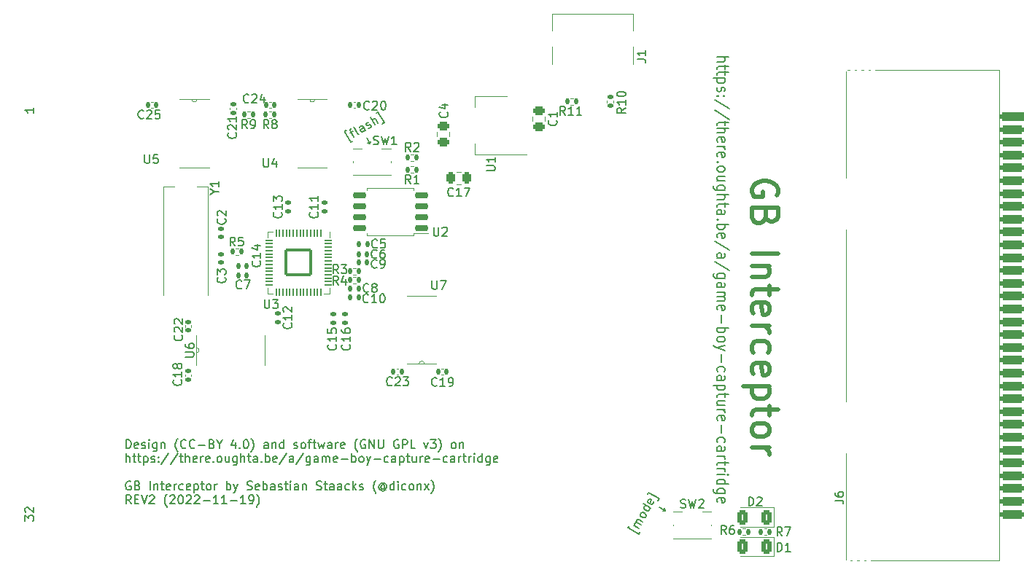
<source format=gto>
G04 #@! TF.GenerationSoftware,KiCad,Pcbnew,6.0.2+dfsg-1*
G04 #@! TF.CreationDate,2022-11-20T12:02:48+01:00*
G04 #@! TF.ProjectId,gb-stream-cart,67622d73-7472-4656-916d-2d636172742e,REV1*
G04 #@! TF.SameCoordinates,PX4cf3b50PY7de2900*
G04 #@! TF.FileFunction,Legend,Top*
G04 #@! TF.FilePolarity,Positive*
%FSLAX46Y46*%
G04 Gerber Fmt 4.6, Leading zero omitted, Abs format (unit mm)*
G04 Created by KiCad (PCBNEW 6.0.2+dfsg-1) date 2022-11-20 12:02:48*
%MOMM*%
%LPD*%
G01*
G04 APERTURE LIST*
G04 Aperture macros list*
%AMRoundRect*
0 Rectangle with rounded corners*
0 $1 Rounding radius*
0 $2 $3 $4 $5 $6 $7 $8 $9 X,Y pos of 4 corners*
0 Add a 4 corners polygon primitive as box body*
4,1,4,$2,$3,$4,$5,$6,$7,$8,$9,$2,$3,0*
0 Add four circle primitives for the rounded corners*
1,1,$1+$1,$2,$3*
1,1,$1+$1,$4,$5*
1,1,$1+$1,$6,$7*
1,1,$1+$1,$8,$9*
0 Add four rect primitives between the rounded corners*
20,1,$1+$1,$2,$3,$4,$5,0*
20,1,$1+$1,$4,$5,$6,$7,0*
20,1,$1+$1,$6,$7,$8,$9,0*
20,1,$1+$1,$8,$9,$2,$3,0*%
G04 Aperture macros list end*
%ADD10C,0.150000*%
%ADD11C,0.500000*%
%ADD12C,0.200000*%
%ADD13C,0.120000*%
%ADD14RoundRect,0.135000X0.135000X0.185000X-0.135000X0.185000X-0.135000X-0.185000X0.135000X-0.185000X0*%
%ADD15RoundRect,0.147500X-0.147500X-0.172500X0.147500X-0.172500X0.147500X0.172500X-0.147500X0.172500X0*%
%ADD16RoundRect,0.243750X0.243750X0.456250X-0.243750X0.456250X-0.243750X-0.456250X0.243750X-0.456250X0*%
%ADD17RoundRect,0.147500X0.147500X0.172500X-0.147500X0.172500X-0.147500X-0.172500X0.147500X-0.172500X0*%
%ADD18C,2.000000*%
%ADD19RoundRect,0.135000X-0.135000X-0.185000X0.135000X-0.185000X0.135000X0.185000X-0.135000X0.185000X0*%
%ADD20RoundRect,0.140000X-0.140000X-0.170000X0.140000X-0.170000X0.140000X0.170000X-0.140000X0.170000X0*%
%ADD21C,0.500000*%
%ADD22R,2.100000X5.600000*%
%ADD23RoundRect,0.243750X-0.456250X0.243750X-0.456250X-0.243750X0.456250X-0.243750X0.456250X0.243750X0*%
%ADD24RoundRect,0.147500X-0.172500X0.147500X-0.172500X-0.147500X0.172500X-0.147500X0.172500X0.147500X0*%
%ADD25R,2.000000X1.500000*%
%ADD26R,2.000000X3.800000*%
%ADD27R,3.500000X5.000000*%
%ADD28RoundRect,0.275000X1.125000X-0.275000X1.125000X0.275000X-1.125000X0.275000X-1.125000X-0.275000X0*%
%ADD29RoundRect,0.275000X1.325000X-0.275000X1.325000X0.275000X-1.325000X0.275000X-1.325000X-0.275000X0*%
%ADD30C,2.350000*%
%ADD31R,1.676400X0.355600*%
%ADD32C,2.700000*%
%ADD33C,7.150000*%
%ADD34RoundRect,0.147500X0.172500X-0.147500X0.172500X0.147500X-0.172500X0.147500X-0.172500X-0.147500X0*%
%ADD35C,0.650000*%
%ADD36R,0.600000X1.450000*%
%ADD37R,0.300000X1.450000*%
%ADD38O,1.000000X2.100000*%
%ADD39O,1.000000X1.600000*%
%ADD40R,0.355600X1.676400*%
%ADD41RoundRect,0.140000X0.140000X0.170000X-0.140000X0.170000X-0.140000X-0.170000X0.140000X-0.170000X0*%
%ADD42RoundRect,0.135000X0.185000X-0.135000X0.185000X0.135000X-0.185000X0.135000X-0.185000X-0.135000X0*%
%ADD43RoundRect,0.250000X0.375000X0.625000X-0.375000X0.625000X-0.375000X-0.625000X0.375000X-0.625000X0*%
%ADD44R,0.900000X1.000000*%
%ADD45R,1.700000X0.550000*%
%ADD46RoundRect,0.050000X-0.050000X0.387500X-0.050000X-0.387500X0.050000X-0.387500X0.050000X0.387500X0*%
%ADD47RoundRect,0.050000X-0.387500X0.050000X-0.387500X-0.050000X0.387500X-0.050000X0.387500X0.050000X0*%
%ADD48RoundRect,0.144000X-1.456000X1.456000X-1.456000X-1.456000X1.456000X-1.456000X1.456000X1.456000X0*%
%ADD49RoundRect,0.150000X0.650000X0.150000X-0.650000X0.150000X-0.650000X-0.150000X0.650000X-0.150000X0*%
%ADD50RoundRect,0.140000X0.170000X-0.140000X0.170000X0.140000X-0.170000X0.140000X-0.170000X-0.140000X0*%
%ADD51R,6.000000X1.300000*%
%ADD52R,5.500000X1.000000*%
%ADD53RoundRect,0.140000X-0.170000X0.140000X-0.170000X-0.140000X0.170000X-0.140000X0.170000X0.140000X0*%
%ADD54R,1.700000X1.700000*%
%ADD55O,1.700000X1.700000*%
G04 APERTURE END LIST*
D10*
X19685595Y20117620D02*
X19685595Y21117620D01*
X19923690Y21117620D01*
X20066547Y21070000D01*
X20161785Y20974762D01*
X20209404Y20879524D01*
X20257023Y20689048D01*
X20257023Y20546191D01*
X20209404Y20355715D01*
X20161785Y20260477D01*
X20066547Y20165239D01*
X19923690Y20117620D01*
X19685595Y20117620D01*
X21066547Y20165239D02*
X20971309Y20117620D01*
X20780833Y20117620D01*
X20685595Y20165239D01*
X20637976Y20260477D01*
X20637976Y20641429D01*
X20685595Y20736667D01*
X20780833Y20784286D01*
X20971309Y20784286D01*
X21066547Y20736667D01*
X21114166Y20641429D01*
X21114166Y20546191D01*
X20637976Y20450953D01*
X21495119Y20165239D02*
X21590357Y20117620D01*
X21780833Y20117620D01*
X21876071Y20165239D01*
X21923690Y20260477D01*
X21923690Y20308096D01*
X21876071Y20403334D01*
X21780833Y20450953D01*
X21637976Y20450953D01*
X21542738Y20498572D01*
X21495119Y20593810D01*
X21495119Y20641429D01*
X21542738Y20736667D01*
X21637976Y20784286D01*
X21780833Y20784286D01*
X21876071Y20736667D01*
X22352261Y20117620D02*
X22352261Y20784286D01*
X22352261Y21117620D02*
X22304642Y21070000D01*
X22352261Y21022381D01*
X22399880Y21070000D01*
X22352261Y21117620D01*
X22352261Y21022381D01*
X23257023Y20784286D02*
X23257023Y19974762D01*
X23209404Y19879524D01*
X23161785Y19831905D01*
X23066547Y19784286D01*
X22923690Y19784286D01*
X22828452Y19831905D01*
X23257023Y20165239D02*
X23161785Y20117620D01*
X22971309Y20117620D01*
X22876071Y20165239D01*
X22828452Y20212858D01*
X22780833Y20308096D01*
X22780833Y20593810D01*
X22828452Y20689048D01*
X22876071Y20736667D01*
X22971309Y20784286D01*
X23161785Y20784286D01*
X23257023Y20736667D01*
X23733214Y20784286D02*
X23733214Y20117620D01*
X23733214Y20689048D02*
X23780833Y20736667D01*
X23876071Y20784286D01*
X24018928Y20784286D01*
X24114166Y20736667D01*
X24161785Y20641429D01*
X24161785Y20117620D01*
X25685595Y19736667D02*
X25637976Y19784286D01*
X25542738Y19927143D01*
X25495119Y20022381D01*
X25447500Y20165239D01*
X25399880Y20403334D01*
X25399880Y20593810D01*
X25447500Y20831905D01*
X25495119Y20974762D01*
X25542738Y21070000D01*
X25637976Y21212858D01*
X25685595Y21260477D01*
X26637976Y20212858D02*
X26590357Y20165239D01*
X26447500Y20117620D01*
X26352261Y20117620D01*
X26209404Y20165239D01*
X26114166Y20260477D01*
X26066547Y20355715D01*
X26018928Y20546191D01*
X26018928Y20689048D01*
X26066547Y20879524D01*
X26114166Y20974762D01*
X26209404Y21070000D01*
X26352261Y21117620D01*
X26447500Y21117620D01*
X26590357Y21070000D01*
X26637976Y21022381D01*
X27637976Y20212858D02*
X27590357Y20165239D01*
X27447500Y20117620D01*
X27352261Y20117620D01*
X27209404Y20165239D01*
X27114166Y20260477D01*
X27066547Y20355715D01*
X27018928Y20546191D01*
X27018928Y20689048D01*
X27066547Y20879524D01*
X27114166Y20974762D01*
X27209404Y21070000D01*
X27352261Y21117620D01*
X27447500Y21117620D01*
X27590357Y21070000D01*
X27637976Y21022381D01*
X28066547Y20498572D02*
X28828452Y20498572D01*
X29637976Y20641429D02*
X29780833Y20593810D01*
X29828452Y20546191D01*
X29876071Y20450953D01*
X29876071Y20308096D01*
X29828452Y20212858D01*
X29780833Y20165239D01*
X29685595Y20117620D01*
X29304642Y20117620D01*
X29304642Y21117620D01*
X29637976Y21117620D01*
X29733214Y21070000D01*
X29780833Y21022381D01*
X29828452Y20927143D01*
X29828452Y20831905D01*
X29780833Y20736667D01*
X29733214Y20689048D01*
X29637976Y20641429D01*
X29304642Y20641429D01*
X30495119Y20593810D02*
X30495119Y20117620D01*
X30161785Y21117620D02*
X30495119Y20593810D01*
X30828452Y21117620D01*
X32352261Y20784286D02*
X32352261Y20117620D01*
X32114166Y21165239D02*
X31876071Y20450953D01*
X32495119Y20450953D01*
X32876071Y20212858D02*
X32923690Y20165239D01*
X32876071Y20117620D01*
X32828452Y20165239D01*
X32876071Y20212858D01*
X32876071Y20117620D01*
X33542738Y21117620D02*
X33637976Y21117620D01*
X33733214Y21070000D01*
X33780833Y21022381D01*
X33828452Y20927143D01*
X33876071Y20736667D01*
X33876071Y20498572D01*
X33828452Y20308096D01*
X33780833Y20212858D01*
X33733214Y20165239D01*
X33637976Y20117620D01*
X33542738Y20117620D01*
X33447500Y20165239D01*
X33399880Y20212858D01*
X33352261Y20308096D01*
X33304642Y20498572D01*
X33304642Y20736667D01*
X33352261Y20927143D01*
X33399880Y21022381D01*
X33447500Y21070000D01*
X33542738Y21117620D01*
X34209404Y19736667D02*
X34257023Y19784286D01*
X34352261Y19927143D01*
X34399880Y20022381D01*
X34447500Y20165239D01*
X34495119Y20403334D01*
X34495119Y20593810D01*
X34447500Y20831905D01*
X34399880Y20974762D01*
X34352261Y21070000D01*
X34257023Y21212858D01*
X34209404Y21260477D01*
X36161785Y20117620D02*
X36161785Y20641429D01*
X36114166Y20736667D01*
X36018928Y20784286D01*
X35828452Y20784286D01*
X35733214Y20736667D01*
X36161785Y20165239D02*
X36066547Y20117620D01*
X35828452Y20117620D01*
X35733214Y20165239D01*
X35685595Y20260477D01*
X35685595Y20355715D01*
X35733214Y20450953D01*
X35828452Y20498572D01*
X36066547Y20498572D01*
X36161785Y20546191D01*
X36637976Y20784286D02*
X36637976Y20117620D01*
X36637976Y20689048D02*
X36685595Y20736667D01*
X36780833Y20784286D01*
X36923690Y20784286D01*
X37018928Y20736667D01*
X37066547Y20641429D01*
X37066547Y20117620D01*
X37971309Y20117620D02*
X37971309Y21117620D01*
X37971309Y20165239D02*
X37876071Y20117620D01*
X37685595Y20117620D01*
X37590357Y20165239D01*
X37542738Y20212858D01*
X37495119Y20308096D01*
X37495119Y20593810D01*
X37542738Y20689048D01*
X37590357Y20736667D01*
X37685595Y20784286D01*
X37876071Y20784286D01*
X37971309Y20736667D01*
X39161785Y20165239D02*
X39257023Y20117620D01*
X39447500Y20117620D01*
X39542738Y20165239D01*
X39590357Y20260477D01*
X39590357Y20308096D01*
X39542738Y20403334D01*
X39447500Y20450953D01*
X39304642Y20450953D01*
X39209404Y20498572D01*
X39161785Y20593810D01*
X39161785Y20641429D01*
X39209404Y20736667D01*
X39304642Y20784286D01*
X39447500Y20784286D01*
X39542738Y20736667D01*
X40161785Y20117620D02*
X40066547Y20165239D01*
X40018928Y20212858D01*
X39971309Y20308096D01*
X39971309Y20593810D01*
X40018928Y20689048D01*
X40066547Y20736667D01*
X40161785Y20784286D01*
X40304642Y20784286D01*
X40399880Y20736667D01*
X40447500Y20689048D01*
X40495119Y20593810D01*
X40495119Y20308096D01*
X40447500Y20212858D01*
X40399880Y20165239D01*
X40304642Y20117620D01*
X40161785Y20117620D01*
X40780833Y20784286D02*
X41161785Y20784286D01*
X40923690Y20117620D02*
X40923690Y20974762D01*
X40971309Y21070000D01*
X41066547Y21117620D01*
X41161785Y21117620D01*
X41352261Y20784286D02*
X41733214Y20784286D01*
X41495119Y21117620D02*
X41495119Y20260477D01*
X41542738Y20165239D01*
X41637976Y20117620D01*
X41733214Y20117620D01*
X41971309Y20784286D02*
X42161785Y20117620D01*
X42352261Y20593810D01*
X42542738Y20117620D01*
X42733214Y20784286D01*
X43542738Y20117620D02*
X43542738Y20641429D01*
X43495119Y20736667D01*
X43399880Y20784286D01*
X43209404Y20784286D01*
X43114166Y20736667D01*
X43542738Y20165239D02*
X43447499Y20117620D01*
X43209404Y20117620D01*
X43114166Y20165239D01*
X43066547Y20260477D01*
X43066547Y20355715D01*
X43114166Y20450953D01*
X43209404Y20498572D01*
X43447499Y20498572D01*
X43542738Y20546191D01*
X44018928Y20117620D02*
X44018928Y20784286D01*
X44018928Y20593810D02*
X44066547Y20689048D01*
X44114166Y20736667D01*
X44209404Y20784286D01*
X44304642Y20784286D01*
X45018928Y20165239D02*
X44923690Y20117620D01*
X44733214Y20117620D01*
X44637976Y20165239D01*
X44590357Y20260477D01*
X44590357Y20641429D01*
X44637976Y20736667D01*
X44733214Y20784286D01*
X44923690Y20784286D01*
X45018928Y20736667D01*
X45066547Y20641429D01*
X45066547Y20546191D01*
X44590357Y20450953D01*
X46542738Y19736667D02*
X46495119Y19784286D01*
X46399880Y19927143D01*
X46352261Y20022381D01*
X46304642Y20165239D01*
X46257023Y20403334D01*
X46257023Y20593810D01*
X46304642Y20831905D01*
X46352261Y20974762D01*
X46399880Y21070000D01*
X46495119Y21212858D01*
X46542738Y21260477D01*
X47447499Y21070000D02*
X47352261Y21117620D01*
X47209404Y21117620D01*
X47066547Y21070000D01*
X46971309Y20974762D01*
X46923690Y20879524D01*
X46876071Y20689048D01*
X46876071Y20546191D01*
X46923690Y20355715D01*
X46971309Y20260477D01*
X47066547Y20165239D01*
X47209404Y20117620D01*
X47304642Y20117620D01*
X47447499Y20165239D01*
X47495119Y20212858D01*
X47495119Y20546191D01*
X47304642Y20546191D01*
X47923690Y20117620D02*
X47923690Y21117620D01*
X48495119Y20117620D01*
X48495119Y21117620D01*
X48971309Y21117620D02*
X48971309Y20308096D01*
X49018928Y20212858D01*
X49066547Y20165239D01*
X49161785Y20117620D01*
X49352261Y20117620D01*
X49447499Y20165239D01*
X49495119Y20212858D01*
X49542738Y20308096D01*
X49542738Y21117620D01*
X51304642Y21070000D02*
X51209404Y21117620D01*
X51066547Y21117620D01*
X50923690Y21070000D01*
X50828452Y20974762D01*
X50780833Y20879524D01*
X50733214Y20689048D01*
X50733214Y20546191D01*
X50780833Y20355715D01*
X50828452Y20260477D01*
X50923690Y20165239D01*
X51066547Y20117620D01*
X51161785Y20117620D01*
X51304642Y20165239D01*
X51352261Y20212858D01*
X51352261Y20546191D01*
X51161785Y20546191D01*
X51780833Y20117620D02*
X51780833Y21117620D01*
X52161785Y21117620D01*
X52257023Y21070000D01*
X52304642Y21022381D01*
X52352261Y20927143D01*
X52352261Y20784286D01*
X52304642Y20689048D01*
X52257023Y20641429D01*
X52161785Y20593810D01*
X51780833Y20593810D01*
X53257023Y20117620D02*
X52780833Y20117620D01*
X52780833Y21117620D01*
X54257023Y20784286D02*
X54495119Y20117620D01*
X54733214Y20784286D01*
X55018928Y21117620D02*
X55637976Y21117620D01*
X55304642Y20736667D01*
X55447500Y20736667D01*
X55542738Y20689048D01*
X55590357Y20641429D01*
X55637976Y20546191D01*
X55637976Y20308096D01*
X55590357Y20212858D01*
X55542738Y20165239D01*
X55447500Y20117620D01*
X55161785Y20117620D01*
X55066547Y20165239D01*
X55018928Y20212858D01*
X55971309Y19736667D02*
X56018928Y19784286D01*
X56114166Y19927143D01*
X56161785Y20022381D01*
X56209404Y20165239D01*
X56257023Y20403334D01*
X56257023Y20593810D01*
X56209404Y20831905D01*
X56161785Y20974762D01*
X56114166Y21070000D01*
X56018928Y21212858D01*
X55971309Y21260477D01*
X57637976Y20117620D02*
X57542738Y20165239D01*
X57495119Y20212858D01*
X57447500Y20308096D01*
X57447500Y20593810D01*
X57495119Y20689048D01*
X57542738Y20736667D01*
X57637976Y20784286D01*
X57780833Y20784286D01*
X57876071Y20736667D01*
X57923690Y20689048D01*
X57971309Y20593810D01*
X57971309Y20308096D01*
X57923690Y20212858D01*
X57876071Y20165239D01*
X57780833Y20117620D01*
X57637976Y20117620D01*
X58399880Y20784286D02*
X58399880Y20117620D01*
X58399880Y20689048D02*
X58447500Y20736667D01*
X58542738Y20784286D01*
X58685595Y20784286D01*
X58780833Y20736667D01*
X58828452Y20641429D01*
X58828452Y20117620D01*
X19685595Y18507620D02*
X19685595Y19507620D01*
X20114166Y18507620D02*
X20114166Y19031429D01*
X20066547Y19126667D01*
X19971309Y19174286D01*
X19828452Y19174286D01*
X19733214Y19126667D01*
X19685595Y19079048D01*
X20447500Y19174286D02*
X20828452Y19174286D01*
X20590357Y19507620D02*
X20590357Y18650477D01*
X20637976Y18555239D01*
X20733214Y18507620D01*
X20828452Y18507620D01*
X21018928Y19174286D02*
X21399880Y19174286D01*
X21161785Y19507620D02*
X21161785Y18650477D01*
X21209404Y18555239D01*
X21304642Y18507620D01*
X21399880Y18507620D01*
X21733214Y19174286D02*
X21733214Y18174286D01*
X21733214Y19126667D02*
X21828452Y19174286D01*
X22018928Y19174286D01*
X22114166Y19126667D01*
X22161785Y19079048D01*
X22209404Y18983810D01*
X22209404Y18698096D01*
X22161785Y18602858D01*
X22114166Y18555239D01*
X22018928Y18507620D01*
X21828452Y18507620D01*
X21733214Y18555239D01*
X22590357Y18555239D02*
X22685595Y18507620D01*
X22876071Y18507620D01*
X22971309Y18555239D01*
X23018928Y18650477D01*
X23018928Y18698096D01*
X22971309Y18793334D01*
X22876071Y18840953D01*
X22733214Y18840953D01*
X22637976Y18888572D01*
X22590357Y18983810D01*
X22590357Y19031429D01*
X22637976Y19126667D01*
X22733214Y19174286D01*
X22876071Y19174286D01*
X22971309Y19126667D01*
X23447500Y18602858D02*
X23495119Y18555239D01*
X23447500Y18507620D01*
X23399880Y18555239D01*
X23447500Y18602858D01*
X23447500Y18507620D01*
X23447500Y19126667D02*
X23495119Y19079048D01*
X23447500Y19031429D01*
X23399880Y19079048D01*
X23447500Y19126667D01*
X23447500Y19031429D01*
X24637976Y19555239D02*
X23780833Y18269524D01*
X25685595Y19555239D02*
X24828452Y18269524D01*
X25876071Y19174286D02*
X26257023Y19174286D01*
X26018928Y19507620D02*
X26018928Y18650477D01*
X26066547Y18555239D01*
X26161785Y18507620D01*
X26257023Y18507620D01*
X26590357Y18507620D02*
X26590357Y19507620D01*
X27018928Y18507620D02*
X27018928Y19031429D01*
X26971309Y19126667D01*
X26876071Y19174286D01*
X26733214Y19174286D01*
X26637976Y19126667D01*
X26590357Y19079048D01*
X27876071Y18555239D02*
X27780833Y18507620D01*
X27590357Y18507620D01*
X27495119Y18555239D01*
X27447500Y18650477D01*
X27447500Y19031429D01*
X27495119Y19126667D01*
X27590357Y19174286D01*
X27780833Y19174286D01*
X27876071Y19126667D01*
X27923690Y19031429D01*
X27923690Y18936191D01*
X27447500Y18840953D01*
X28352261Y18507620D02*
X28352261Y19174286D01*
X28352261Y18983810D02*
X28399880Y19079048D01*
X28447500Y19126667D01*
X28542738Y19174286D01*
X28637976Y19174286D01*
X29352261Y18555239D02*
X29257023Y18507620D01*
X29066547Y18507620D01*
X28971309Y18555239D01*
X28923690Y18650477D01*
X28923690Y19031429D01*
X28971309Y19126667D01*
X29066547Y19174286D01*
X29257023Y19174286D01*
X29352261Y19126667D01*
X29399880Y19031429D01*
X29399880Y18936191D01*
X28923690Y18840953D01*
X29828452Y18602858D02*
X29876071Y18555239D01*
X29828452Y18507620D01*
X29780833Y18555239D01*
X29828452Y18602858D01*
X29828452Y18507620D01*
X30447500Y18507620D02*
X30352261Y18555239D01*
X30304642Y18602858D01*
X30257023Y18698096D01*
X30257023Y18983810D01*
X30304642Y19079048D01*
X30352261Y19126667D01*
X30447500Y19174286D01*
X30590357Y19174286D01*
X30685595Y19126667D01*
X30733214Y19079048D01*
X30780833Y18983810D01*
X30780833Y18698096D01*
X30733214Y18602858D01*
X30685595Y18555239D01*
X30590357Y18507620D01*
X30447500Y18507620D01*
X31637976Y19174286D02*
X31637976Y18507620D01*
X31209404Y19174286D02*
X31209404Y18650477D01*
X31257023Y18555239D01*
X31352261Y18507620D01*
X31495119Y18507620D01*
X31590357Y18555239D01*
X31637976Y18602858D01*
X32542738Y19174286D02*
X32542738Y18364762D01*
X32495119Y18269524D01*
X32447500Y18221905D01*
X32352261Y18174286D01*
X32209404Y18174286D01*
X32114166Y18221905D01*
X32542738Y18555239D02*
X32447500Y18507620D01*
X32257023Y18507620D01*
X32161785Y18555239D01*
X32114166Y18602858D01*
X32066547Y18698096D01*
X32066547Y18983810D01*
X32114166Y19079048D01*
X32161785Y19126667D01*
X32257023Y19174286D01*
X32447500Y19174286D01*
X32542738Y19126667D01*
X33018928Y18507620D02*
X33018928Y19507620D01*
X33447500Y18507620D02*
X33447500Y19031429D01*
X33399880Y19126667D01*
X33304642Y19174286D01*
X33161785Y19174286D01*
X33066547Y19126667D01*
X33018928Y19079048D01*
X33780833Y19174286D02*
X34161785Y19174286D01*
X33923690Y19507620D02*
X33923690Y18650477D01*
X33971309Y18555239D01*
X34066547Y18507620D01*
X34161785Y18507620D01*
X34923690Y18507620D02*
X34923690Y19031429D01*
X34876071Y19126667D01*
X34780833Y19174286D01*
X34590357Y19174286D01*
X34495119Y19126667D01*
X34923690Y18555239D02*
X34828452Y18507620D01*
X34590357Y18507620D01*
X34495119Y18555239D01*
X34447500Y18650477D01*
X34447500Y18745715D01*
X34495119Y18840953D01*
X34590357Y18888572D01*
X34828452Y18888572D01*
X34923690Y18936191D01*
X35399880Y18602858D02*
X35447500Y18555239D01*
X35399880Y18507620D01*
X35352261Y18555239D01*
X35399880Y18602858D01*
X35399880Y18507620D01*
X35876071Y18507620D02*
X35876071Y19507620D01*
X35876071Y19126667D02*
X35971309Y19174286D01*
X36161785Y19174286D01*
X36257023Y19126667D01*
X36304642Y19079048D01*
X36352261Y18983810D01*
X36352261Y18698096D01*
X36304642Y18602858D01*
X36257023Y18555239D01*
X36161785Y18507620D01*
X35971309Y18507620D01*
X35876071Y18555239D01*
X37161785Y18555239D02*
X37066547Y18507620D01*
X36876071Y18507620D01*
X36780833Y18555239D01*
X36733214Y18650477D01*
X36733214Y19031429D01*
X36780833Y19126667D01*
X36876071Y19174286D01*
X37066547Y19174286D01*
X37161785Y19126667D01*
X37209404Y19031429D01*
X37209404Y18936191D01*
X36733214Y18840953D01*
X38352261Y19555239D02*
X37495119Y18269524D01*
X39114166Y18507620D02*
X39114166Y19031429D01*
X39066547Y19126667D01*
X38971309Y19174286D01*
X38780833Y19174286D01*
X38685595Y19126667D01*
X39114166Y18555239D02*
X39018928Y18507620D01*
X38780833Y18507620D01*
X38685595Y18555239D01*
X38637976Y18650477D01*
X38637976Y18745715D01*
X38685595Y18840953D01*
X38780833Y18888572D01*
X39018928Y18888572D01*
X39114166Y18936191D01*
X40304642Y19555239D02*
X39447500Y18269524D01*
X41066547Y19174286D02*
X41066547Y18364762D01*
X41018928Y18269524D01*
X40971309Y18221905D01*
X40876071Y18174286D01*
X40733214Y18174286D01*
X40637976Y18221905D01*
X41066547Y18555239D02*
X40971309Y18507620D01*
X40780833Y18507620D01*
X40685595Y18555239D01*
X40637976Y18602858D01*
X40590357Y18698096D01*
X40590357Y18983810D01*
X40637976Y19079048D01*
X40685595Y19126667D01*
X40780833Y19174286D01*
X40971309Y19174286D01*
X41066547Y19126667D01*
X41971309Y18507620D02*
X41971309Y19031429D01*
X41923690Y19126667D01*
X41828452Y19174286D01*
X41637976Y19174286D01*
X41542738Y19126667D01*
X41971309Y18555239D02*
X41876071Y18507620D01*
X41637976Y18507620D01*
X41542738Y18555239D01*
X41495119Y18650477D01*
X41495119Y18745715D01*
X41542738Y18840953D01*
X41637976Y18888572D01*
X41876071Y18888572D01*
X41971309Y18936191D01*
X42447500Y18507620D02*
X42447500Y19174286D01*
X42447500Y19079048D02*
X42495119Y19126667D01*
X42590357Y19174286D01*
X42733214Y19174286D01*
X42828452Y19126667D01*
X42876071Y19031429D01*
X42876071Y18507620D01*
X42876071Y19031429D02*
X42923690Y19126667D01*
X43018928Y19174286D01*
X43161785Y19174286D01*
X43257023Y19126667D01*
X43304642Y19031429D01*
X43304642Y18507620D01*
X44161785Y18555239D02*
X44066547Y18507620D01*
X43876071Y18507620D01*
X43780833Y18555239D01*
X43733214Y18650477D01*
X43733214Y19031429D01*
X43780833Y19126667D01*
X43876071Y19174286D01*
X44066547Y19174286D01*
X44161785Y19126667D01*
X44209404Y19031429D01*
X44209404Y18936191D01*
X43733214Y18840953D01*
X44637976Y18888572D02*
X45399880Y18888572D01*
X45876071Y18507620D02*
X45876071Y19507620D01*
X45876071Y19126667D02*
X45971309Y19174286D01*
X46161785Y19174286D01*
X46257023Y19126667D01*
X46304642Y19079048D01*
X46352261Y18983810D01*
X46352261Y18698096D01*
X46304642Y18602858D01*
X46257023Y18555239D01*
X46161785Y18507620D01*
X45971309Y18507620D01*
X45876071Y18555239D01*
X46923690Y18507620D02*
X46828452Y18555239D01*
X46780833Y18602858D01*
X46733214Y18698096D01*
X46733214Y18983810D01*
X46780833Y19079048D01*
X46828452Y19126667D01*
X46923690Y19174286D01*
X47066547Y19174286D01*
X47161785Y19126667D01*
X47209404Y19079048D01*
X47257023Y18983810D01*
X47257023Y18698096D01*
X47209404Y18602858D01*
X47161785Y18555239D01*
X47066547Y18507620D01*
X46923690Y18507620D01*
X47590357Y19174286D02*
X47828452Y18507620D01*
X48066547Y19174286D02*
X47828452Y18507620D01*
X47733214Y18269524D01*
X47685595Y18221905D01*
X47590357Y18174286D01*
X48447500Y18888572D02*
X49209404Y18888572D01*
X50114166Y18555239D02*
X50018928Y18507620D01*
X49828452Y18507620D01*
X49733214Y18555239D01*
X49685595Y18602858D01*
X49637976Y18698096D01*
X49637976Y18983810D01*
X49685595Y19079048D01*
X49733214Y19126667D01*
X49828452Y19174286D01*
X50018928Y19174286D01*
X50114166Y19126667D01*
X50971309Y18507620D02*
X50971309Y19031429D01*
X50923690Y19126667D01*
X50828452Y19174286D01*
X50637976Y19174286D01*
X50542738Y19126667D01*
X50971309Y18555239D02*
X50876071Y18507620D01*
X50637976Y18507620D01*
X50542738Y18555239D01*
X50495119Y18650477D01*
X50495119Y18745715D01*
X50542738Y18840953D01*
X50637976Y18888572D01*
X50876071Y18888572D01*
X50971309Y18936191D01*
X51447500Y19174286D02*
X51447500Y18174286D01*
X51447500Y19126667D02*
X51542738Y19174286D01*
X51733214Y19174286D01*
X51828452Y19126667D01*
X51876071Y19079048D01*
X51923690Y18983810D01*
X51923690Y18698096D01*
X51876071Y18602858D01*
X51828452Y18555239D01*
X51733214Y18507620D01*
X51542738Y18507620D01*
X51447500Y18555239D01*
X52209404Y19174286D02*
X52590357Y19174286D01*
X52352261Y19507620D02*
X52352261Y18650477D01*
X52399880Y18555239D01*
X52495119Y18507620D01*
X52590357Y18507620D01*
X53352261Y19174286D02*
X53352261Y18507620D01*
X52923690Y19174286D02*
X52923690Y18650477D01*
X52971309Y18555239D01*
X53066547Y18507620D01*
X53209404Y18507620D01*
X53304642Y18555239D01*
X53352261Y18602858D01*
X53828452Y18507620D02*
X53828452Y19174286D01*
X53828452Y18983810D02*
X53876071Y19079048D01*
X53923690Y19126667D01*
X54018928Y19174286D01*
X54114166Y19174286D01*
X54828452Y18555239D02*
X54733214Y18507620D01*
X54542738Y18507620D01*
X54447500Y18555239D01*
X54399880Y18650477D01*
X54399880Y19031429D01*
X54447500Y19126667D01*
X54542738Y19174286D01*
X54733214Y19174286D01*
X54828452Y19126667D01*
X54876071Y19031429D01*
X54876071Y18936191D01*
X54399880Y18840953D01*
X55304642Y18888572D02*
X56066547Y18888572D01*
X56971309Y18555239D02*
X56876071Y18507620D01*
X56685595Y18507620D01*
X56590357Y18555239D01*
X56542738Y18602858D01*
X56495119Y18698096D01*
X56495119Y18983810D01*
X56542738Y19079048D01*
X56590357Y19126667D01*
X56685595Y19174286D01*
X56876071Y19174286D01*
X56971309Y19126667D01*
X57828452Y18507620D02*
X57828452Y19031429D01*
X57780833Y19126667D01*
X57685595Y19174286D01*
X57495119Y19174286D01*
X57399880Y19126667D01*
X57828452Y18555239D02*
X57733214Y18507620D01*
X57495119Y18507620D01*
X57399880Y18555239D01*
X57352261Y18650477D01*
X57352261Y18745715D01*
X57399880Y18840953D01*
X57495119Y18888572D01*
X57733214Y18888572D01*
X57828452Y18936191D01*
X58304642Y18507620D02*
X58304642Y19174286D01*
X58304642Y18983810D02*
X58352261Y19079048D01*
X58399880Y19126667D01*
X58495119Y19174286D01*
X58590357Y19174286D01*
X58780833Y19174286D02*
X59161785Y19174286D01*
X58923690Y19507620D02*
X58923690Y18650477D01*
X58971309Y18555239D01*
X59066547Y18507620D01*
X59161785Y18507620D01*
X59495119Y18507620D02*
X59495119Y19174286D01*
X59495119Y18983810D02*
X59542738Y19079048D01*
X59590357Y19126667D01*
X59685595Y19174286D01*
X59780833Y19174286D01*
X60114166Y18507620D02*
X60114166Y19174286D01*
X60114166Y19507620D02*
X60066547Y19460000D01*
X60114166Y19412381D01*
X60161785Y19460000D01*
X60114166Y19507620D01*
X60114166Y19412381D01*
X61018928Y18507620D02*
X61018928Y19507620D01*
X61018928Y18555239D02*
X60923690Y18507620D01*
X60733214Y18507620D01*
X60637976Y18555239D01*
X60590357Y18602858D01*
X60542738Y18698096D01*
X60542738Y18983810D01*
X60590357Y19079048D01*
X60637976Y19126667D01*
X60733214Y19174286D01*
X60923690Y19174286D01*
X61018928Y19126667D01*
X61923690Y19174286D02*
X61923690Y18364762D01*
X61876071Y18269524D01*
X61828452Y18221905D01*
X61733214Y18174286D01*
X61590357Y18174286D01*
X61495119Y18221905D01*
X61923690Y18555239D02*
X61828452Y18507620D01*
X61637976Y18507620D01*
X61542738Y18555239D01*
X61495119Y18602858D01*
X61447500Y18698096D01*
X61447500Y18983810D01*
X61495119Y19079048D01*
X61542738Y19126667D01*
X61637976Y19174286D01*
X61828452Y19174286D01*
X61923690Y19126667D01*
X62780833Y18555239D02*
X62685595Y18507620D01*
X62495119Y18507620D01*
X62399880Y18555239D01*
X62352261Y18650477D01*
X62352261Y19031429D01*
X62399880Y19126667D01*
X62495119Y19174286D01*
X62685595Y19174286D01*
X62780833Y19126667D01*
X62828452Y19031429D01*
X62828452Y18936191D01*
X62352261Y18840953D01*
X20209404Y16240000D02*
X20114166Y16287620D01*
X19971309Y16287620D01*
X19828452Y16240000D01*
X19733214Y16144762D01*
X19685595Y16049524D01*
X19637976Y15859048D01*
X19637976Y15716191D01*
X19685595Y15525715D01*
X19733214Y15430477D01*
X19828452Y15335239D01*
X19971309Y15287620D01*
X20066547Y15287620D01*
X20209404Y15335239D01*
X20257023Y15382858D01*
X20257023Y15716191D01*
X20066547Y15716191D01*
X21018928Y15811429D02*
X21161785Y15763810D01*
X21209404Y15716191D01*
X21257023Y15620953D01*
X21257023Y15478096D01*
X21209404Y15382858D01*
X21161785Y15335239D01*
X21066547Y15287620D01*
X20685595Y15287620D01*
X20685595Y16287620D01*
X21018928Y16287620D01*
X21114166Y16240000D01*
X21161785Y16192381D01*
X21209404Y16097143D01*
X21209404Y16001905D01*
X21161785Y15906667D01*
X21114166Y15859048D01*
X21018928Y15811429D01*
X20685595Y15811429D01*
X22447500Y15287620D02*
X22447500Y16287620D01*
X22923690Y15954286D02*
X22923690Y15287620D01*
X22923690Y15859048D02*
X22971309Y15906667D01*
X23066547Y15954286D01*
X23209404Y15954286D01*
X23304642Y15906667D01*
X23352261Y15811429D01*
X23352261Y15287620D01*
X23685595Y15954286D02*
X24066547Y15954286D01*
X23828452Y16287620D02*
X23828452Y15430477D01*
X23876071Y15335239D01*
X23971309Y15287620D01*
X24066547Y15287620D01*
X24780833Y15335239D02*
X24685595Y15287620D01*
X24495119Y15287620D01*
X24399880Y15335239D01*
X24352261Y15430477D01*
X24352261Y15811429D01*
X24399880Y15906667D01*
X24495119Y15954286D01*
X24685595Y15954286D01*
X24780833Y15906667D01*
X24828452Y15811429D01*
X24828452Y15716191D01*
X24352261Y15620953D01*
X25257023Y15287620D02*
X25257023Y15954286D01*
X25257023Y15763810D02*
X25304642Y15859048D01*
X25352261Y15906667D01*
X25447500Y15954286D01*
X25542738Y15954286D01*
X26304642Y15335239D02*
X26209404Y15287620D01*
X26018928Y15287620D01*
X25923690Y15335239D01*
X25876071Y15382858D01*
X25828452Y15478096D01*
X25828452Y15763810D01*
X25876071Y15859048D01*
X25923690Y15906667D01*
X26018928Y15954286D01*
X26209404Y15954286D01*
X26304642Y15906667D01*
X27114166Y15335239D02*
X27018928Y15287620D01*
X26828452Y15287620D01*
X26733214Y15335239D01*
X26685595Y15430477D01*
X26685595Y15811429D01*
X26733214Y15906667D01*
X26828452Y15954286D01*
X27018928Y15954286D01*
X27114166Y15906667D01*
X27161785Y15811429D01*
X27161785Y15716191D01*
X26685595Y15620953D01*
X27590357Y15954286D02*
X27590357Y14954286D01*
X27590357Y15906667D02*
X27685595Y15954286D01*
X27876071Y15954286D01*
X27971309Y15906667D01*
X28018928Y15859048D01*
X28066547Y15763810D01*
X28066547Y15478096D01*
X28018928Y15382858D01*
X27971309Y15335239D01*
X27876071Y15287620D01*
X27685595Y15287620D01*
X27590357Y15335239D01*
X28352261Y15954286D02*
X28733214Y15954286D01*
X28495119Y16287620D02*
X28495119Y15430477D01*
X28542738Y15335239D01*
X28637976Y15287620D01*
X28733214Y15287620D01*
X29209404Y15287620D02*
X29114166Y15335239D01*
X29066547Y15382858D01*
X29018928Y15478096D01*
X29018928Y15763810D01*
X29066547Y15859048D01*
X29114166Y15906667D01*
X29209404Y15954286D01*
X29352261Y15954286D01*
X29447500Y15906667D01*
X29495119Y15859048D01*
X29542738Y15763810D01*
X29542738Y15478096D01*
X29495119Y15382858D01*
X29447500Y15335239D01*
X29352261Y15287620D01*
X29209404Y15287620D01*
X29971309Y15287620D02*
X29971309Y15954286D01*
X29971309Y15763810D02*
X30018928Y15859048D01*
X30066547Y15906667D01*
X30161785Y15954286D01*
X30257023Y15954286D01*
X31352261Y15287620D02*
X31352261Y16287620D01*
X31352261Y15906667D02*
X31447500Y15954286D01*
X31637976Y15954286D01*
X31733214Y15906667D01*
X31780833Y15859048D01*
X31828452Y15763810D01*
X31828452Y15478096D01*
X31780833Y15382858D01*
X31733214Y15335239D01*
X31637976Y15287620D01*
X31447500Y15287620D01*
X31352261Y15335239D01*
X32161785Y15954286D02*
X32399880Y15287620D01*
X32637976Y15954286D02*
X32399880Y15287620D01*
X32304642Y15049524D01*
X32257023Y15001905D01*
X32161785Y14954286D01*
X33733214Y15335239D02*
X33876071Y15287620D01*
X34114166Y15287620D01*
X34209404Y15335239D01*
X34257023Y15382858D01*
X34304642Y15478096D01*
X34304642Y15573334D01*
X34257023Y15668572D01*
X34209404Y15716191D01*
X34114166Y15763810D01*
X33923690Y15811429D01*
X33828452Y15859048D01*
X33780833Y15906667D01*
X33733214Y16001905D01*
X33733214Y16097143D01*
X33780833Y16192381D01*
X33828452Y16240000D01*
X33923690Y16287620D01*
X34161785Y16287620D01*
X34304642Y16240000D01*
X35114166Y15335239D02*
X35018928Y15287620D01*
X34828452Y15287620D01*
X34733214Y15335239D01*
X34685595Y15430477D01*
X34685595Y15811429D01*
X34733214Y15906667D01*
X34828452Y15954286D01*
X35018928Y15954286D01*
X35114166Y15906667D01*
X35161785Y15811429D01*
X35161785Y15716191D01*
X34685595Y15620953D01*
X35590357Y15287620D02*
X35590357Y16287620D01*
X35590357Y15906667D02*
X35685595Y15954286D01*
X35876071Y15954286D01*
X35971309Y15906667D01*
X36018928Y15859048D01*
X36066547Y15763810D01*
X36066547Y15478096D01*
X36018928Y15382858D01*
X35971309Y15335239D01*
X35876071Y15287620D01*
X35685595Y15287620D01*
X35590357Y15335239D01*
X36923690Y15287620D02*
X36923690Y15811429D01*
X36876071Y15906667D01*
X36780833Y15954286D01*
X36590357Y15954286D01*
X36495119Y15906667D01*
X36923690Y15335239D02*
X36828452Y15287620D01*
X36590357Y15287620D01*
X36495119Y15335239D01*
X36447500Y15430477D01*
X36447500Y15525715D01*
X36495119Y15620953D01*
X36590357Y15668572D01*
X36828452Y15668572D01*
X36923690Y15716191D01*
X37352261Y15335239D02*
X37447500Y15287620D01*
X37637976Y15287620D01*
X37733214Y15335239D01*
X37780833Y15430477D01*
X37780833Y15478096D01*
X37733214Y15573334D01*
X37637976Y15620953D01*
X37495119Y15620953D01*
X37399880Y15668572D01*
X37352261Y15763810D01*
X37352261Y15811429D01*
X37399880Y15906667D01*
X37495119Y15954286D01*
X37637976Y15954286D01*
X37733214Y15906667D01*
X38066547Y15954286D02*
X38447500Y15954286D01*
X38209404Y16287620D02*
X38209404Y15430477D01*
X38257023Y15335239D01*
X38352261Y15287620D01*
X38447500Y15287620D01*
X38780833Y15287620D02*
X38780833Y15954286D01*
X38780833Y16287620D02*
X38733214Y16240000D01*
X38780833Y16192381D01*
X38828452Y16240000D01*
X38780833Y16287620D01*
X38780833Y16192381D01*
X39685595Y15287620D02*
X39685595Y15811429D01*
X39637976Y15906667D01*
X39542738Y15954286D01*
X39352261Y15954286D01*
X39257023Y15906667D01*
X39685595Y15335239D02*
X39590357Y15287620D01*
X39352261Y15287620D01*
X39257023Y15335239D01*
X39209404Y15430477D01*
X39209404Y15525715D01*
X39257023Y15620953D01*
X39352261Y15668572D01*
X39590357Y15668572D01*
X39685595Y15716191D01*
X40161785Y15954286D02*
X40161785Y15287620D01*
X40161785Y15859048D02*
X40209404Y15906667D01*
X40304642Y15954286D01*
X40447500Y15954286D01*
X40542738Y15906667D01*
X40590357Y15811429D01*
X40590357Y15287620D01*
X41780833Y15335239D02*
X41923690Y15287620D01*
X42161785Y15287620D01*
X42257023Y15335239D01*
X42304642Y15382858D01*
X42352261Y15478096D01*
X42352261Y15573334D01*
X42304642Y15668572D01*
X42257023Y15716191D01*
X42161785Y15763810D01*
X41971309Y15811429D01*
X41876071Y15859048D01*
X41828452Y15906667D01*
X41780833Y16001905D01*
X41780833Y16097143D01*
X41828452Y16192381D01*
X41876071Y16240000D01*
X41971309Y16287620D01*
X42209404Y16287620D01*
X42352261Y16240000D01*
X42637976Y15954286D02*
X43018928Y15954286D01*
X42780833Y16287620D02*
X42780833Y15430477D01*
X42828452Y15335239D01*
X42923690Y15287620D01*
X43018928Y15287620D01*
X43780833Y15287620D02*
X43780833Y15811429D01*
X43733214Y15906667D01*
X43637976Y15954286D01*
X43447499Y15954286D01*
X43352261Y15906667D01*
X43780833Y15335239D02*
X43685595Y15287620D01*
X43447499Y15287620D01*
X43352261Y15335239D01*
X43304642Y15430477D01*
X43304642Y15525715D01*
X43352261Y15620953D01*
X43447499Y15668572D01*
X43685595Y15668572D01*
X43780833Y15716191D01*
X44685595Y15287620D02*
X44685595Y15811429D01*
X44637976Y15906667D01*
X44542738Y15954286D01*
X44352261Y15954286D01*
X44257023Y15906667D01*
X44685595Y15335239D02*
X44590357Y15287620D01*
X44352261Y15287620D01*
X44257023Y15335239D01*
X44209404Y15430477D01*
X44209404Y15525715D01*
X44257023Y15620953D01*
X44352261Y15668572D01*
X44590357Y15668572D01*
X44685595Y15716191D01*
X45590357Y15335239D02*
X45495119Y15287620D01*
X45304642Y15287620D01*
X45209404Y15335239D01*
X45161785Y15382858D01*
X45114166Y15478096D01*
X45114166Y15763810D01*
X45161785Y15859048D01*
X45209404Y15906667D01*
X45304642Y15954286D01*
X45495119Y15954286D01*
X45590357Y15906667D01*
X46018928Y15287620D02*
X46018928Y16287620D01*
X46114166Y15668572D02*
X46399880Y15287620D01*
X46399880Y15954286D02*
X46018928Y15573334D01*
X46780833Y15335239D02*
X46876071Y15287620D01*
X47066547Y15287620D01*
X47161785Y15335239D01*
X47209404Y15430477D01*
X47209404Y15478096D01*
X47161785Y15573334D01*
X47066547Y15620953D01*
X46923690Y15620953D01*
X46828452Y15668572D01*
X46780833Y15763810D01*
X46780833Y15811429D01*
X46828452Y15906667D01*
X46923690Y15954286D01*
X47066547Y15954286D01*
X47161785Y15906667D01*
X48685595Y14906667D02*
X48637976Y14954286D01*
X48542738Y15097143D01*
X48495119Y15192381D01*
X48447499Y15335239D01*
X48399880Y15573334D01*
X48399880Y15763810D01*
X48447499Y16001905D01*
X48495119Y16144762D01*
X48542738Y16240000D01*
X48637976Y16382858D01*
X48685595Y16430477D01*
X49685595Y15763810D02*
X49637976Y15811429D01*
X49542738Y15859048D01*
X49447499Y15859048D01*
X49352261Y15811429D01*
X49304642Y15763810D01*
X49257023Y15668572D01*
X49257023Y15573334D01*
X49304642Y15478096D01*
X49352261Y15430477D01*
X49447499Y15382858D01*
X49542738Y15382858D01*
X49637976Y15430477D01*
X49685595Y15478096D01*
X49685595Y15859048D02*
X49685595Y15478096D01*
X49733214Y15430477D01*
X49780833Y15430477D01*
X49876071Y15478096D01*
X49923690Y15573334D01*
X49923690Y15811429D01*
X49828452Y15954286D01*
X49685595Y16049524D01*
X49495119Y16097143D01*
X49304642Y16049524D01*
X49161785Y15954286D01*
X49066547Y15811429D01*
X49018928Y15620953D01*
X49066547Y15430477D01*
X49161785Y15287620D01*
X49304642Y15192381D01*
X49495119Y15144762D01*
X49685595Y15192381D01*
X49828452Y15287620D01*
X50780833Y15287620D02*
X50780833Y16287620D01*
X50780833Y15335239D02*
X50685595Y15287620D01*
X50495119Y15287620D01*
X50399880Y15335239D01*
X50352261Y15382858D01*
X50304642Y15478096D01*
X50304642Y15763810D01*
X50352261Y15859048D01*
X50399880Y15906667D01*
X50495119Y15954286D01*
X50685595Y15954286D01*
X50780833Y15906667D01*
X51257023Y15287620D02*
X51257023Y15954286D01*
X51257023Y16287620D02*
X51209404Y16240000D01*
X51257023Y16192381D01*
X51304642Y16240000D01*
X51257023Y16287620D01*
X51257023Y16192381D01*
X52161785Y15335239D02*
X52066547Y15287620D01*
X51876071Y15287620D01*
X51780833Y15335239D01*
X51733214Y15382858D01*
X51685595Y15478096D01*
X51685595Y15763810D01*
X51733214Y15859048D01*
X51780833Y15906667D01*
X51876071Y15954286D01*
X52066547Y15954286D01*
X52161785Y15906667D01*
X52733214Y15287620D02*
X52637976Y15335239D01*
X52590357Y15382858D01*
X52542738Y15478096D01*
X52542738Y15763810D01*
X52590357Y15859048D01*
X52637976Y15906667D01*
X52733214Y15954286D01*
X52876071Y15954286D01*
X52971309Y15906667D01*
X53018928Y15859048D01*
X53066547Y15763810D01*
X53066547Y15478096D01*
X53018928Y15382858D01*
X52971309Y15335239D01*
X52876071Y15287620D01*
X52733214Y15287620D01*
X53495119Y15954286D02*
X53495119Y15287620D01*
X53495119Y15859048D02*
X53542738Y15906667D01*
X53637976Y15954286D01*
X53780833Y15954286D01*
X53876071Y15906667D01*
X53923690Y15811429D01*
X53923690Y15287620D01*
X54304642Y15287620D02*
X54828452Y15954286D01*
X54304642Y15954286D02*
X54828452Y15287620D01*
X55114166Y14906667D02*
X55161785Y14954286D01*
X55257023Y15097143D01*
X55304642Y15192381D01*
X55352261Y15335239D01*
X55399880Y15573334D01*
X55399880Y15763810D01*
X55352261Y16001905D01*
X55304642Y16144762D01*
X55257023Y16240000D01*
X55161785Y16382858D01*
X55114166Y16430477D01*
X20257023Y13677620D02*
X19923690Y14153810D01*
X19685595Y13677620D02*
X19685595Y14677620D01*
X20066547Y14677620D01*
X20161785Y14630000D01*
X20209404Y14582381D01*
X20257023Y14487143D01*
X20257023Y14344286D01*
X20209404Y14249048D01*
X20161785Y14201429D01*
X20066547Y14153810D01*
X19685595Y14153810D01*
X20685595Y14201429D02*
X21018928Y14201429D01*
X21161785Y13677620D02*
X20685595Y13677620D01*
X20685595Y14677620D01*
X21161785Y14677620D01*
X21447500Y14677620D02*
X21780833Y13677620D01*
X22114166Y14677620D01*
X22399880Y14582381D02*
X22447500Y14630000D01*
X22542738Y14677620D01*
X22780833Y14677620D01*
X22876071Y14630000D01*
X22923690Y14582381D01*
X22971309Y14487143D01*
X22971309Y14391905D01*
X22923690Y14249048D01*
X22352261Y13677620D01*
X22971309Y13677620D01*
X24447500Y13296667D02*
X24399880Y13344286D01*
X24304642Y13487143D01*
X24257023Y13582381D01*
X24209404Y13725239D01*
X24161785Y13963334D01*
X24161785Y14153810D01*
X24209404Y14391905D01*
X24257023Y14534762D01*
X24304642Y14630000D01*
X24399880Y14772858D01*
X24447500Y14820477D01*
X24780833Y14582381D02*
X24828452Y14630000D01*
X24923690Y14677620D01*
X25161785Y14677620D01*
X25257023Y14630000D01*
X25304642Y14582381D01*
X25352261Y14487143D01*
X25352261Y14391905D01*
X25304642Y14249048D01*
X24733214Y13677620D01*
X25352261Y13677620D01*
X25971309Y14677620D02*
X26066547Y14677620D01*
X26161785Y14630000D01*
X26209404Y14582381D01*
X26257023Y14487143D01*
X26304642Y14296667D01*
X26304642Y14058572D01*
X26257023Y13868096D01*
X26209404Y13772858D01*
X26161785Y13725239D01*
X26066547Y13677620D01*
X25971309Y13677620D01*
X25876071Y13725239D01*
X25828452Y13772858D01*
X25780833Y13868096D01*
X25733214Y14058572D01*
X25733214Y14296667D01*
X25780833Y14487143D01*
X25828452Y14582381D01*
X25876071Y14630000D01*
X25971309Y14677620D01*
X26685595Y14582381D02*
X26733214Y14630000D01*
X26828452Y14677620D01*
X27066547Y14677620D01*
X27161785Y14630000D01*
X27209404Y14582381D01*
X27257023Y14487143D01*
X27257023Y14391905D01*
X27209404Y14249048D01*
X26637976Y13677620D01*
X27257023Y13677620D01*
X27637976Y14582381D02*
X27685595Y14630000D01*
X27780833Y14677620D01*
X28018928Y14677620D01*
X28114166Y14630000D01*
X28161785Y14582381D01*
X28209404Y14487143D01*
X28209404Y14391905D01*
X28161785Y14249048D01*
X27590357Y13677620D01*
X28209404Y13677620D01*
X28637976Y14058572D02*
X29399880Y14058572D01*
X30399880Y13677620D02*
X29828452Y13677620D01*
X30114166Y13677620D02*
X30114166Y14677620D01*
X30018928Y14534762D01*
X29923690Y14439524D01*
X29828452Y14391905D01*
X31352261Y13677620D02*
X30780833Y13677620D01*
X31066547Y13677620D02*
X31066547Y14677620D01*
X30971309Y14534762D01*
X30876071Y14439524D01*
X30780833Y14391905D01*
X31780833Y14058572D02*
X32542738Y14058572D01*
X33542738Y13677620D02*
X32971309Y13677620D01*
X33257023Y13677620D02*
X33257023Y14677620D01*
X33161785Y14534762D01*
X33066547Y14439524D01*
X32971309Y14391905D01*
X34018928Y13677620D02*
X34209404Y13677620D01*
X34304642Y13725239D01*
X34352261Y13772858D01*
X34447500Y13915715D01*
X34495119Y14106191D01*
X34495119Y14487143D01*
X34447500Y14582381D01*
X34399880Y14630000D01*
X34304642Y14677620D01*
X34114166Y14677620D01*
X34018928Y14630000D01*
X33971309Y14582381D01*
X33923690Y14487143D01*
X33923690Y14249048D01*
X33971309Y14153810D01*
X34018928Y14106191D01*
X34114166Y14058572D01*
X34304642Y14058572D01*
X34399880Y14106191D01*
X34447500Y14153810D01*
X34495119Y14249048D01*
X34828452Y13296667D02*
X34876071Y13344286D01*
X34971309Y13487143D01*
X35018928Y13582381D01*
X35066547Y13725239D01*
X35114166Y13963334D01*
X35114166Y14153810D01*
X35066547Y14391905D01*
X35018928Y14534762D01*
X34971309Y14630000D01*
X34876071Y14772858D01*
X34828452Y14820477D01*
X45958306Y55816702D02*
X45752109Y55697654D01*
X45037824Y56934833D01*
X45244020Y57053881D01*
X45664502Y56801775D02*
X45994417Y56992251D01*
X46121554Y56295853D02*
X45692982Y57038161D01*
X45686602Y57144449D01*
X45745272Y57233307D01*
X45827750Y57280926D01*
X46740143Y56652996D02*
X46633855Y56646616D01*
X46544997Y56705285D01*
X46116425Y57447593D01*
X47441211Y57057758D02*
X47179307Y57511390D01*
X47090448Y57570059D01*
X46984160Y57563680D01*
X46819203Y57468442D01*
X46760534Y57379583D01*
X47417402Y57098997D02*
X47358733Y57010139D01*
X47152536Y56891091D01*
X47046248Y56884712D01*
X46957390Y56943381D01*
X46909771Y57025859D01*
X46903391Y57132147D01*
X46962060Y57221006D01*
X47168257Y57340053D01*
X47226926Y57428912D01*
X47788556Y57313283D02*
X47894844Y57319663D01*
X48059801Y57414901D01*
X48118470Y57503759D01*
X48112090Y57610047D01*
X48088281Y57651287D01*
X47999422Y57709956D01*
X47893134Y57703576D01*
X47769416Y57632147D01*
X47663128Y57625768D01*
X47574270Y57684437D01*
X47550460Y57725676D01*
X47544081Y57831964D01*
X47602750Y57920823D01*
X47726468Y57992251D01*
X47832756Y57998631D01*
X48554673Y57700615D02*
X48054673Y58566641D01*
X48925826Y57914901D02*
X48663922Y58368533D01*
X48575063Y58427202D01*
X48468775Y58420823D01*
X48345057Y58349394D01*
X48286388Y58260536D01*
X48268958Y58195487D01*
X49422407Y57816702D02*
X49628604Y57935750D01*
X48914318Y59172929D01*
X48708122Y59053881D01*
X47617823Y56180429D02*
X47998776Y55520600D01*
X48068495Y55780795D02*
X47998776Y55520600D01*
X47738580Y55590319D01*
D11*
X95200000Y49471429D02*
X95342857Y49757143D01*
X95342857Y50185715D01*
X95200000Y50614286D01*
X94914285Y50900000D01*
X94628571Y51042858D01*
X94057142Y51185715D01*
X93628571Y51185715D01*
X93057142Y51042858D01*
X92771428Y50900000D01*
X92485714Y50614286D01*
X92342857Y50185715D01*
X92342857Y49900000D01*
X92485714Y49471429D01*
X92628571Y49328572D01*
X93628571Y49328572D01*
X93628571Y49900000D01*
X93914285Y47042858D02*
X93771428Y46614286D01*
X93628571Y46471429D01*
X93342857Y46328572D01*
X92914285Y46328572D01*
X92628571Y46471429D01*
X92485714Y46614286D01*
X92342857Y46900000D01*
X92342857Y48042858D01*
X95342857Y48042858D01*
X95342857Y47042858D01*
X95200000Y46757143D01*
X95057142Y46614286D01*
X94771428Y46471429D01*
X94485714Y46471429D01*
X94200000Y46614286D01*
X94057142Y46757143D01*
X93914285Y47042858D01*
X93914285Y48042858D01*
X92342857Y42757143D02*
X95342857Y42757143D01*
X94342857Y41328572D02*
X92342857Y41328572D01*
X94057142Y41328572D02*
X94200000Y41185715D01*
X94342857Y40900000D01*
X94342857Y40471429D01*
X94200000Y40185715D01*
X93914285Y40042858D01*
X92342857Y40042858D01*
X94342857Y39042858D02*
X94342857Y37900000D01*
X95342857Y38614286D02*
X92771428Y38614286D01*
X92485714Y38471429D01*
X92342857Y38185715D01*
X92342857Y37900000D01*
X92485714Y35757143D02*
X92342857Y36042858D01*
X92342857Y36614286D01*
X92485714Y36900000D01*
X92771428Y37042858D01*
X93914285Y37042858D01*
X94200000Y36900000D01*
X94342857Y36614286D01*
X94342857Y36042858D01*
X94200000Y35757143D01*
X93914285Y35614286D01*
X93628571Y35614286D01*
X93342857Y37042858D01*
X92342857Y34328572D02*
X94342857Y34328572D01*
X93771428Y34328572D02*
X94057142Y34185715D01*
X94200000Y34042858D01*
X94342857Y33757143D01*
X94342857Y33471429D01*
X92485714Y31185715D02*
X92342857Y31471429D01*
X92342857Y32042858D01*
X92485714Y32328572D01*
X92628571Y32471429D01*
X92914285Y32614286D01*
X93771428Y32614286D01*
X94057142Y32471429D01*
X94200000Y32328572D01*
X94342857Y32042858D01*
X94342857Y31471429D01*
X94200000Y31185715D01*
X92485714Y28757143D02*
X92342857Y29042858D01*
X92342857Y29614286D01*
X92485714Y29900000D01*
X92771428Y30042858D01*
X93914285Y30042858D01*
X94200000Y29900000D01*
X94342857Y29614286D01*
X94342857Y29042858D01*
X94200000Y28757143D01*
X93914285Y28614286D01*
X93628571Y28614286D01*
X93342857Y30042858D01*
X94342857Y27328572D02*
X91342857Y27328572D01*
X94200000Y27328572D02*
X94342857Y27042858D01*
X94342857Y26471429D01*
X94200000Y26185715D01*
X94057142Y26042858D01*
X93771428Y25900000D01*
X92914285Y25900000D01*
X92628571Y26042858D01*
X92485714Y26185715D01*
X92342857Y26471429D01*
X92342857Y27042858D01*
X92485714Y27328572D01*
X94342857Y25042858D02*
X94342857Y23900000D01*
X95342857Y24614286D02*
X92771428Y24614286D01*
X92485714Y24471429D01*
X92342857Y24185715D01*
X92342857Y23900000D01*
X92342857Y22471429D02*
X92485714Y22757143D01*
X92628571Y22900000D01*
X92914285Y23042858D01*
X93771428Y23042858D01*
X94057142Y22900000D01*
X94200000Y22757143D01*
X94342857Y22471429D01*
X94342857Y22042858D01*
X94200000Y21757143D01*
X94057142Y21614286D01*
X93771428Y21471429D01*
X92914285Y21471429D01*
X92628571Y21614286D01*
X92485714Y21757143D01*
X92342857Y22042858D01*
X92342857Y22471429D01*
X92342857Y20185715D02*
X94342857Y20185715D01*
X93771428Y20185715D02*
X94057142Y20042858D01*
X94200000Y19900000D01*
X94342857Y19614286D01*
X94342857Y19328572D01*
D10*
X79311869Y10353875D02*
X79192822Y10147678D01*
X77955643Y10861964D01*
X78074690Y11068160D01*
X79213671Y10850456D02*
X78636320Y11183789D01*
X78718799Y11136170D02*
X78701369Y11201219D01*
X78707749Y11307507D01*
X78779177Y11431225D01*
X78868036Y11489894D01*
X78974324Y11483514D01*
X79427956Y11221609D01*
X78974324Y11483514D02*
X78915655Y11572373D01*
X78922035Y11678661D01*
X78993463Y11802379D01*
X79082321Y11861048D01*
X79188610Y11854668D01*
X79642242Y11592763D01*
X79951766Y12128874D02*
X79862907Y12070205D01*
X79797859Y12052775D01*
X79691570Y12059155D01*
X79444135Y12202012D01*
X79385466Y12290871D01*
X79368036Y12355919D01*
X79374415Y12462208D01*
X79445844Y12585925D01*
X79534702Y12644595D01*
X79599751Y12662024D01*
X79706039Y12655645D01*
X79953475Y12512787D01*
X80012144Y12423929D01*
X80029574Y12358880D01*
X80023194Y12252592D01*
X79951766Y12128874D01*
X80547004Y13159857D02*
X79680978Y13659857D01*
X80505765Y13183666D02*
X80499385Y13077378D01*
X80404147Y12912421D01*
X80315288Y12853752D01*
X80250240Y12836322D01*
X80143951Y12842702D01*
X79896516Y12985559D01*
X79837846Y13074417D01*
X79820417Y13139466D01*
X79826796Y13245754D01*
X79922035Y13410712D01*
X80010893Y13469381D01*
X80934336Y13925974D02*
X80927956Y13819686D01*
X80832718Y13654728D01*
X80743860Y13596059D01*
X80637572Y13602439D01*
X80307657Y13792915D01*
X80248988Y13881774D01*
X80255368Y13988062D01*
X80350606Y14153019D01*
X80439464Y14211688D01*
X80545752Y14205308D01*
X80628231Y14157689D01*
X80472614Y13697677D01*
X81454727Y14065412D02*
X81573774Y14271609D01*
X80336595Y14985894D01*
X80217547Y14779698D01*
X81591000Y13271920D02*
X82250829Y12890968D01*
X82181110Y13151163D02*
X82250829Y12890968D01*
X81990633Y12821249D01*
D12*
X88311904Y65557143D02*
X89611904Y65557143D01*
X88311904Y65042858D02*
X88992857Y65042858D01*
X89116666Y65100000D01*
X89178571Y65214286D01*
X89178571Y65385715D01*
X89116666Y65500000D01*
X89054761Y65557143D01*
X89178571Y64642858D02*
X89178571Y64185715D01*
X89611904Y64471429D02*
X88497619Y64471429D01*
X88373809Y64414286D01*
X88311904Y64300000D01*
X88311904Y64185715D01*
X89178571Y63957143D02*
X89178571Y63500000D01*
X89611904Y63785715D02*
X88497619Y63785715D01*
X88373809Y63728572D01*
X88311904Y63614286D01*
X88311904Y63500000D01*
X89178571Y63100000D02*
X87878571Y63100000D01*
X89116666Y63100000D02*
X89178571Y62985715D01*
X89178571Y62757143D01*
X89116666Y62642858D01*
X89054761Y62585715D01*
X88930952Y62528572D01*
X88559523Y62528572D01*
X88435714Y62585715D01*
X88373809Y62642858D01*
X88311904Y62757143D01*
X88311904Y62985715D01*
X88373809Y63100000D01*
X88373809Y62071429D02*
X88311904Y61957143D01*
X88311904Y61728572D01*
X88373809Y61614286D01*
X88497619Y61557143D01*
X88559523Y61557143D01*
X88683333Y61614286D01*
X88745238Y61728572D01*
X88745238Y61900000D01*
X88807142Y62014286D01*
X88930952Y62071429D01*
X88992857Y62071429D01*
X89116666Y62014286D01*
X89178571Y61900000D01*
X89178571Y61728572D01*
X89116666Y61614286D01*
X88435714Y61042858D02*
X88373809Y60985715D01*
X88311904Y61042858D01*
X88373809Y61100000D01*
X88435714Y61042858D01*
X88311904Y61042858D01*
X89116666Y61042858D02*
X89054761Y60985715D01*
X88992857Y61042858D01*
X89054761Y61100000D01*
X89116666Y61042858D01*
X88992857Y61042858D01*
X89673809Y59614286D02*
X88002380Y60642858D01*
X89673809Y58357143D02*
X88002380Y59385715D01*
X89178571Y58128572D02*
X89178571Y57671429D01*
X89611904Y57957143D02*
X88497619Y57957143D01*
X88373809Y57900000D01*
X88311904Y57785715D01*
X88311904Y57671429D01*
X88311904Y57271429D02*
X89611904Y57271429D01*
X88311904Y56757143D02*
X88992857Y56757143D01*
X89116666Y56814286D01*
X89178571Y56928572D01*
X89178571Y57100000D01*
X89116666Y57214286D01*
X89054761Y57271429D01*
X88373809Y55728572D02*
X88311904Y55842858D01*
X88311904Y56071429D01*
X88373809Y56185715D01*
X88497619Y56242858D01*
X88992857Y56242858D01*
X89116666Y56185715D01*
X89178571Y56071429D01*
X89178571Y55842858D01*
X89116666Y55728572D01*
X88992857Y55671429D01*
X88869047Y55671429D01*
X88745238Y56242858D01*
X88311904Y55157143D02*
X89178571Y55157143D01*
X88930952Y55157143D02*
X89054761Y55100000D01*
X89116666Y55042858D01*
X89178571Y54928572D01*
X89178571Y54814286D01*
X88373809Y53957143D02*
X88311904Y54071429D01*
X88311904Y54300000D01*
X88373809Y54414286D01*
X88497619Y54471429D01*
X88992857Y54471429D01*
X89116666Y54414286D01*
X89178571Y54300000D01*
X89178571Y54071429D01*
X89116666Y53957143D01*
X88992857Y53900000D01*
X88869047Y53900000D01*
X88745238Y54471429D01*
X88435714Y53385715D02*
X88373809Y53328572D01*
X88311904Y53385715D01*
X88373809Y53442858D01*
X88435714Y53385715D01*
X88311904Y53385715D01*
X88311904Y52642858D02*
X88373809Y52757143D01*
X88435714Y52814286D01*
X88559523Y52871429D01*
X88930952Y52871429D01*
X89054761Y52814286D01*
X89116666Y52757143D01*
X89178571Y52642858D01*
X89178571Y52471429D01*
X89116666Y52357143D01*
X89054761Y52300000D01*
X88930952Y52242858D01*
X88559523Y52242858D01*
X88435714Y52300000D01*
X88373809Y52357143D01*
X88311904Y52471429D01*
X88311904Y52642858D01*
X89178571Y51214286D02*
X88311904Y51214286D01*
X89178571Y51728572D02*
X88497619Y51728572D01*
X88373809Y51671429D01*
X88311904Y51557143D01*
X88311904Y51385715D01*
X88373809Y51271429D01*
X88435714Y51214286D01*
X89178571Y50128572D02*
X88126190Y50128572D01*
X88002380Y50185715D01*
X87940476Y50242858D01*
X87878571Y50357143D01*
X87878571Y50528572D01*
X87940476Y50642858D01*
X88373809Y50128572D02*
X88311904Y50242858D01*
X88311904Y50471429D01*
X88373809Y50585715D01*
X88435714Y50642858D01*
X88559523Y50700000D01*
X88930952Y50700000D01*
X89054761Y50642858D01*
X89116666Y50585715D01*
X89178571Y50471429D01*
X89178571Y50242858D01*
X89116666Y50128572D01*
X88311904Y49557143D02*
X89611904Y49557143D01*
X88311904Y49042858D02*
X88992857Y49042858D01*
X89116666Y49100000D01*
X89178571Y49214286D01*
X89178571Y49385715D01*
X89116666Y49500000D01*
X89054761Y49557143D01*
X89178571Y48642858D02*
X89178571Y48185715D01*
X89611904Y48471429D02*
X88497619Y48471429D01*
X88373809Y48414286D01*
X88311904Y48300000D01*
X88311904Y48185715D01*
X88311904Y47271429D02*
X88992857Y47271429D01*
X89116666Y47328572D01*
X89178571Y47442858D01*
X89178571Y47671429D01*
X89116666Y47785715D01*
X88373809Y47271429D02*
X88311904Y47385715D01*
X88311904Y47671429D01*
X88373809Y47785715D01*
X88497619Y47842858D01*
X88621428Y47842858D01*
X88745238Y47785715D01*
X88807142Y47671429D01*
X88807142Y47385715D01*
X88869047Y47271429D01*
X88435714Y46700000D02*
X88373809Y46642858D01*
X88311904Y46700000D01*
X88373809Y46757143D01*
X88435714Y46700000D01*
X88311904Y46700000D01*
X88311904Y46128572D02*
X89611904Y46128572D01*
X89116666Y46128572D02*
X89178571Y46014286D01*
X89178571Y45785715D01*
X89116666Y45671429D01*
X89054761Y45614286D01*
X88930952Y45557143D01*
X88559523Y45557143D01*
X88435714Y45614286D01*
X88373809Y45671429D01*
X88311904Y45785715D01*
X88311904Y46014286D01*
X88373809Y46128572D01*
X88373809Y44585715D02*
X88311904Y44700000D01*
X88311904Y44928572D01*
X88373809Y45042858D01*
X88497619Y45100000D01*
X88992857Y45100000D01*
X89116666Y45042858D01*
X89178571Y44928572D01*
X89178571Y44700000D01*
X89116666Y44585715D01*
X88992857Y44528572D01*
X88869047Y44528572D01*
X88745238Y45100000D01*
X89673809Y43157143D02*
X88002380Y44185715D01*
X88311904Y42242858D02*
X88992857Y42242858D01*
X89116666Y42300000D01*
X89178571Y42414286D01*
X89178571Y42642858D01*
X89116666Y42757143D01*
X88373809Y42242858D02*
X88311904Y42357143D01*
X88311904Y42642858D01*
X88373809Y42757143D01*
X88497619Y42814286D01*
X88621428Y42814286D01*
X88745238Y42757143D01*
X88807142Y42642858D01*
X88807142Y42357143D01*
X88869047Y42242858D01*
X89673809Y40814286D02*
X88002380Y41842858D01*
X89178571Y39900000D02*
X88126190Y39900000D01*
X88002380Y39957143D01*
X87940476Y40014286D01*
X87878571Y40128572D01*
X87878571Y40300000D01*
X87940476Y40414286D01*
X88373809Y39900000D02*
X88311904Y40014286D01*
X88311904Y40242858D01*
X88373809Y40357143D01*
X88435714Y40414286D01*
X88559523Y40471429D01*
X88930952Y40471429D01*
X89054761Y40414286D01*
X89116666Y40357143D01*
X89178571Y40242858D01*
X89178571Y40014286D01*
X89116666Y39900000D01*
X88311904Y38814286D02*
X88992857Y38814286D01*
X89116666Y38871429D01*
X89178571Y38985715D01*
X89178571Y39214286D01*
X89116666Y39328572D01*
X88373809Y38814286D02*
X88311904Y38928572D01*
X88311904Y39214286D01*
X88373809Y39328572D01*
X88497619Y39385715D01*
X88621428Y39385715D01*
X88745238Y39328572D01*
X88807142Y39214286D01*
X88807142Y38928572D01*
X88869047Y38814286D01*
X88311904Y38242858D02*
X89178571Y38242858D01*
X89054761Y38242858D02*
X89116666Y38185715D01*
X89178571Y38071429D01*
X89178571Y37900000D01*
X89116666Y37785715D01*
X88992857Y37728572D01*
X88311904Y37728572D01*
X88992857Y37728572D02*
X89116666Y37671429D01*
X89178571Y37557143D01*
X89178571Y37385715D01*
X89116666Y37271429D01*
X88992857Y37214286D01*
X88311904Y37214286D01*
X88373809Y36185715D02*
X88311904Y36300000D01*
X88311904Y36528572D01*
X88373809Y36642858D01*
X88497619Y36700000D01*
X88992857Y36700000D01*
X89116666Y36642858D01*
X89178571Y36528572D01*
X89178571Y36300000D01*
X89116666Y36185715D01*
X88992857Y36128572D01*
X88869047Y36128572D01*
X88745238Y36700000D01*
X88807142Y35614286D02*
X88807142Y34700000D01*
X88311904Y34128572D02*
X89611904Y34128572D01*
X89116666Y34128572D02*
X89178571Y34014286D01*
X89178571Y33785715D01*
X89116666Y33671429D01*
X89054761Y33614286D01*
X88930952Y33557143D01*
X88559523Y33557143D01*
X88435714Y33614286D01*
X88373809Y33671429D01*
X88311904Y33785715D01*
X88311904Y34014286D01*
X88373809Y34128572D01*
X88311904Y32871429D02*
X88373809Y32985715D01*
X88435714Y33042858D01*
X88559523Y33100000D01*
X88930952Y33100000D01*
X89054761Y33042858D01*
X89116666Y32985715D01*
X89178571Y32871429D01*
X89178571Y32700000D01*
X89116666Y32585715D01*
X89054761Y32528572D01*
X88930952Y32471429D01*
X88559523Y32471429D01*
X88435714Y32528572D01*
X88373809Y32585715D01*
X88311904Y32700000D01*
X88311904Y32871429D01*
X89178571Y32071429D02*
X88311904Y31785715D01*
X89178571Y31500000D02*
X88311904Y31785715D01*
X88002380Y31900000D01*
X87940476Y31957143D01*
X87878571Y32071429D01*
X88807142Y31042858D02*
X88807142Y30128572D01*
X88373809Y29042858D02*
X88311904Y29157143D01*
X88311904Y29385715D01*
X88373809Y29500000D01*
X88435714Y29557143D01*
X88559523Y29614286D01*
X88930952Y29614286D01*
X89054761Y29557143D01*
X89116666Y29500000D01*
X89178571Y29385715D01*
X89178571Y29157143D01*
X89116666Y29042858D01*
X88311904Y28014286D02*
X88992857Y28014286D01*
X89116666Y28071429D01*
X89178571Y28185715D01*
X89178571Y28414286D01*
X89116666Y28528572D01*
X88373809Y28014286D02*
X88311904Y28128572D01*
X88311904Y28414286D01*
X88373809Y28528572D01*
X88497619Y28585715D01*
X88621428Y28585715D01*
X88745238Y28528572D01*
X88807142Y28414286D01*
X88807142Y28128572D01*
X88869047Y28014286D01*
X89178571Y27442858D02*
X87878571Y27442858D01*
X89116666Y27442858D02*
X89178571Y27328572D01*
X89178571Y27100000D01*
X89116666Y26985715D01*
X89054761Y26928572D01*
X88930952Y26871429D01*
X88559523Y26871429D01*
X88435714Y26928572D01*
X88373809Y26985715D01*
X88311904Y27100000D01*
X88311904Y27328572D01*
X88373809Y27442858D01*
X89178571Y26528572D02*
X89178571Y26071429D01*
X89611904Y26357143D02*
X88497619Y26357143D01*
X88373809Y26300000D01*
X88311904Y26185715D01*
X88311904Y26071429D01*
X89178571Y25157143D02*
X88311904Y25157143D01*
X89178571Y25671429D02*
X88497619Y25671429D01*
X88373809Y25614286D01*
X88311904Y25500000D01*
X88311904Y25328572D01*
X88373809Y25214286D01*
X88435714Y25157143D01*
X88311904Y24585715D02*
X89178571Y24585715D01*
X88930952Y24585715D02*
X89054761Y24528572D01*
X89116666Y24471429D01*
X89178571Y24357143D01*
X89178571Y24242858D01*
X88373809Y23385715D02*
X88311904Y23500000D01*
X88311904Y23728572D01*
X88373809Y23842858D01*
X88497619Y23900000D01*
X88992857Y23900000D01*
X89116666Y23842858D01*
X89178571Y23728572D01*
X89178571Y23500000D01*
X89116666Y23385715D01*
X88992857Y23328572D01*
X88869047Y23328572D01*
X88745238Y23900000D01*
X88807142Y22814286D02*
X88807142Y21900000D01*
X88373809Y20814286D02*
X88311904Y20928572D01*
X88311904Y21157143D01*
X88373809Y21271429D01*
X88435714Y21328572D01*
X88559523Y21385715D01*
X88930952Y21385715D01*
X89054761Y21328572D01*
X89116666Y21271429D01*
X89178571Y21157143D01*
X89178571Y20928572D01*
X89116666Y20814286D01*
X88311904Y19785715D02*
X88992857Y19785715D01*
X89116666Y19842858D01*
X89178571Y19957143D01*
X89178571Y20185715D01*
X89116666Y20300000D01*
X88373809Y19785715D02*
X88311904Y19900000D01*
X88311904Y20185715D01*
X88373809Y20300000D01*
X88497619Y20357143D01*
X88621428Y20357143D01*
X88745238Y20300000D01*
X88807142Y20185715D01*
X88807142Y19900000D01*
X88869047Y19785715D01*
X88311904Y19214286D02*
X89178571Y19214286D01*
X88930952Y19214286D02*
X89054761Y19157143D01*
X89116666Y19100000D01*
X89178571Y18985715D01*
X89178571Y18871429D01*
X89178571Y18642858D02*
X89178571Y18185715D01*
X89611904Y18471429D02*
X88497619Y18471429D01*
X88373809Y18414286D01*
X88311904Y18300000D01*
X88311904Y18185715D01*
X88311904Y17785715D02*
X89178571Y17785715D01*
X88930952Y17785715D02*
X89054761Y17728572D01*
X89116666Y17671429D01*
X89178571Y17557143D01*
X89178571Y17442858D01*
X88311904Y17042858D02*
X89178571Y17042858D01*
X89611904Y17042858D02*
X89550000Y17100000D01*
X89488095Y17042858D01*
X89550000Y16985715D01*
X89611904Y17042858D01*
X89488095Y17042858D01*
X88311904Y15957143D02*
X89611904Y15957143D01*
X88373809Y15957143D02*
X88311904Y16071429D01*
X88311904Y16300000D01*
X88373809Y16414286D01*
X88435714Y16471429D01*
X88559523Y16528572D01*
X88930952Y16528572D01*
X89054761Y16471429D01*
X89116666Y16414286D01*
X89178571Y16300000D01*
X89178571Y16071429D01*
X89116666Y15957143D01*
X89178571Y14871429D02*
X88126190Y14871429D01*
X88002380Y14928572D01*
X87940476Y14985715D01*
X87878571Y15100000D01*
X87878571Y15271429D01*
X87940476Y15385715D01*
X88373809Y14871429D02*
X88311904Y14985715D01*
X88311904Y15214286D01*
X88373809Y15328572D01*
X88435714Y15385715D01*
X88559523Y15442858D01*
X88930952Y15442858D01*
X89054761Y15385715D01*
X89116666Y15328572D01*
X89178571Y15214286D01*
X89178571Y14985715D01*
X89116666Y14871429D01*
X88373809Y13842858D02*
X88311904Y13957143D01*
X88311904Y14185715D01*
X88373809Y14300000D01*
X88497619Y14357143D01*
X88992857Y14357143D01*
X89116666Y14300000D01*
X89178571Y14185715D01*
X89178571Y13957143D01*
X89116666Y13842858D01*
X88992857Y13785715D01*
X88869047Y13785715D01*
X88745238Y14357143D01*
D10*
X95833333Y9947620D02*
X95500000Y10423810D01*
X95261904Y9947620D02*
X95261904Y10947620D01*
X95642857Y10947620D01*
X95738095Y10900000D01*
X95785714Y10852381D01*
X95833333Y10757143D01*
X95833333Y10614286D01*
X95785714Y10519048D01*
X95738095Y10471429D01*
X95642857Y10423810D01*
X95261904Y10423810D01*
X96166666Y10947620D02*
X96833333Y10947620D01*
X96404761Y9947620D01*
X48833333Y43492858D02*
X48785714Y43445239D01*
X48642857Y43397620D01*
X48547619Y43397620D01*
X48404761Y43445239D01*
X48309523Y43540477D01*
X48261904Y43635715D01*
X48214285Y43826191D01*
X48214285Y43969048D01*
X48261904Y44159524D01*
X48309523Y44254762D01*
X48404761Y44350000D01*
X48547619Y44397620D01*
X48642857Y44397620D01*
X48785714Y44350000D01*
X48833333Y44302381D01*
X49738095Y44397620D02*
X49261904Y44397620D01*
X49214285Y43921429D01*
X49261904Y43969048D01*
X49357142Y44016667D01*
X49595238Y44016667D01*
X49690476Y43969048D01*
X49738095Y43921429D01*
X49785714Y43826191D01*
X49785714Y43588096D01*
X49738095Y43492858D01*
X49690476Y43445239D01*
X49595238Y43397620D01*
X49357142Y43397620D01*
X49261904Y43445239D01*
X49214285Y43492858D01*
X57657142Y49492858D02*
X57609523Y49445239D01*
X57466666Y49397620D01*
X57371428Y49397620D01*
X57228571Y49445239D01*
X57133333Y49540477D01*
X57085714Y49635715D01*
X57038095Y49826191D01*
X57038095Y49969048D01*
X57085714Y50159524D01*
X57133333Y50254762D01*
X57228571Y50350000D01*
X57371428Y50397620D01*
X57466666Y50397620D01*
X57609523Y50350000D01*
X57657142Y50302381D01*
X58609523Y49397620D02*
X58038095Y49397620D01*
X58323809Y49397620D02*
X58323809Y50397620D01*
X58228571Y50254762D01*
X58133333Y50159524D01*
X58038095Y50111905D01*
X58942857Y50397620D02*
X59609523Y50397620D01*
X59180952Y49397620D01*
X35207142Y41857143D02*
X35254761Y41809524D01*
X35302380Y41666667D01*
X35302380Y41571429D01*
X35254761Y41428572D01*
X35159523Y41333334D01*
X35064285Y41285715D01*
X34873809Y41238096D01*
X34730952Y41238096D01*
X34540476Y41285715D01*
X34445238Y41333334D01*
X34350000Y41428572D01*
X34302380Y41571429D01*
X34302380Y41666667D01*
X34350000Y41809524D01*
X34397619Y41857143D01*
X35302380Y42809524D02*
X35302380Y42238096D01*
X35302380Y42523810D02*
X34302380Y42523810D01*
X34445238Y42428572D01*
X34540476Y42333334D01*
X34588095Y42238096D01*
X34635714Y43666667D02*
X35302380Y43666667D01*
X34254761Y43428572D02*
X34969047Y43190477D01*
X34969047Y43809524D01*
X52723333Y54617620D02*
X52390000Y55093810D01*
X52151904Y54617620D02*
X52151904Y55617620D01*
X52532857Y55617620D01*
X52628095Y55570000D01*
X52675714Y55522381D01*
X52723333Y55427143D01*
X52723333Y55284286D01*
X52675714Y55189048D01*
X52628095Y55141429D01*
X52532857Y55093810D01*
X52151904Y55093810D01*
X53104285Y55522381D02*
X53151904Y55570000D01*
X53247142Y55617620D01*
X53485238Y55617620D01*
X53580476Y55570000D01*
X53628095Y55522381D01*
X53675714Y55427143D01*
X53675714Y55331905D01*
X53628095Y55189048D01*
X53056666Y54617620D01*
X53675714Y54617620D01*
X55757142Y27442858D02*
X55709523Y27395239D01*
X55566666Y27347620D01*
X55471428Y27347620D01*
X55328571Y27395239D01*
X55233333Y27490477D01*
X55185714Y27585715D01*
X55138095Y27776191D01*
X55138095Y27919048D01*
X55185714Y28109524D01*
X55233333Y28204762D01*
X55328571Y28300000D01*
X55471428Y28347620D01*
X55566666Y28347620D01*
X55709523Y28300000D01*
X55757142Y28252381D01*
X56709523Y27347620D02*
X56138095Y27347620D01*
X56423809Y27347620D02*
X56423809Y28347620D01*
X56328571Y28204762D01*
X56233333Y28109524D01*
X56138095Y28061905D01*
X57185714Y27347620D02*
X57376190Y27347620D01*
X57471428Y27395239D01*
X57519047Y27442858D01*
X57614285Y27585715D01*
X57661904Y27776191D01*
X57661904Y28157143D01*
X57614285Y28252381D01*
X57566666Y28300000D01*
X57471428Y28347620D01*
X57280952Y28347620D01*
X57185714Y28300000D01*
X57138095Y28252381D01*
X57090476Y28157143D01*
X57090476Y27919048D01*
X57138095Y27823810D01*
X57185714Y27776191D01*
X57280952Y27728572D01*
X57471428Y27728572D01*
X57566666Y27776191D01*
X57614285Y27823810D01*
X57661904Y27919048D01*
X36233333Y57277620D02*
X35900000Y57753810D01*
X35661904Y57277620D02*
X35661904Y58277620D01*
X36042857Y58277620D01*
X36138095Y58230000D01*
X36185714Y58182381D01*
X36233333Y58087143D01*
X36233333Y57944286D01*
X36185714Y57849048D01*
X36138095Y57801429D01*
X36042857Y57753810D01*
X35661904Y57753810D01*
X36804761Y57849048D02*
X36709523Y57896667D01*
X36661904Y57944286D01*
X36614285Y58039524D01*
X36614285Y58087143D01*
X36661904Y58182381D01*
X36709523Y58230000D01*
X36804761Y58277620D01*
X36995238Y58277620D01*
X37090476Y58230000D01*
X37138095Y58182381D01*
X37185714Y58087143D01*
X37185714Y58039524D01*
X37138095Y57944286D01*
X37090476Y57896667D01*
X36995238Y57849048D01*
X36804761Y57849048D01*
X36709523Y57801429D01*
X36661904Y57753810D01*
X36614285Y57658572D01*
X36614285Y57468096D01*
X36661904Y57372858D01*
X36709523Y57325239D01*
X36804761Y57277620D01*
X36995238Y57277620D01*
X37090476Y57325239D01*
X37138095Y57372858D01*
X37185714Y57468096D01*
X37185714Y57658572D01*
X37138095Y57753810D01*
X37090476Y57801429D01*
X36995238Y57849048D01*
X29976190Y49923810D02*
X30452380Y49923810D01*
X29452380Y49590477D02*
X29976190Y49923810D01*
X29452380Y50257143D01*
X30452380Y51114286D02*
X30452380Y50542858D01*
X30452380Y50828572D02*
X29452380Y50828572D01*
X29595238Y50733334D01*
X29690476Y50638096D01*
X29738095Y50542858D01*
X56957142Y59170834D02*
X57004761Y59123215D01*
X57052380Y58980358D01*
X57052380Y58885120D01*
X57004761Y58742262D01*
X56909523Y58647024D01*
X56814285Y58599405D01*
X56623809Y58551786D01*
X56480952Y58551786D01*
X56290476Y58599405D01*
X56195238Y58647024D01*
X56100000Y58742262D01*
X56052380Y58885120D01*
X56052380Y58980358D01*
X56100000Y59123215D01*
X56147619Y59170834D01*
X56385714Y60027977D02*
X57052380Y60027977D01*
X56004761Y59789881D02*
X56719047Y59551786D01*
X56719047Y60170834D01*
X45607142Y32157143D02*
X45654761Y32109524D01*
X45702380Y31966667D01*
X45702380Y31871429D01*
X45654761Y31728572D01*
X45559523Y31633334D01*
X45464285Y31585715D01*
X45273809Y31538096D01*
X45130952Y31538096D01*
X44940476Y31585715D01*
X44845238Y31633334D01*
X44750000Y31728572D01*
X44702380Y31871429D01*
X44702380Y31966667D01*
X44750000Y32109524D01*
X44797619Y32157143D01*
X45702380Y33109524D02*
X45702380Y32538096D01*
X45702380Y32823810D02*
X44702380Y32823810D01*
X44845238Y32728572D01*
X44940476Y32633334D01*
X44988095Y32538096D01*
X44702380Y33966667D02*
X44702380Y33776191D01*
X44750000Y33680953D01*
X44797619Y33633334D01*
X44940476Y33538096D01*
X45130952Y33490477D01*
X45511904Y33490477D01*
X45607142Y33538096D01*
X45654761Y33585715D01*
X45702380Y33680953D01*
X45702380Y33871429D01*
X45654761Y33966667D01*
X45607142Y34014286D01*
X45511904Y34061905D01*
X45273809Y34061905D01*
X45178571Y34014286D01*
X45130952Y33966667D01*
X45083333Y33871429D01*
X45083333Y33680953D01*
X45130952Y33585715D01*
X45178571Y33538096D01*
X45273809Y33490477D01*
X61502380Y52375596D02*
X62311904Y52375596D01*
X62407142Y52423215D01*
X62454761Y52470834D01*
X62502380Y52566072D01*
X62502380Y52756548D01*
X62454761Y52851786D01*
X62407142Y52899405D01*
X62311904Y52947024D01*
X61502380Y52947024D01*
X62502380Y53947024D02*
X62502380Y53375596D01*
X62502380Y53661310D02*
X61502380Y53661310D01*
X61645238Y53566072D01*
X61740476Y53470834D01*
X61788095Y53375596D01*
X47807142Y37142858D02*
X47759523Y37095239D01*
X47616666Y37047620D01*
X47521428Y37047620D01*
X47378571Y37095239D01*
X47283333Y37190477D01*
X47235714Y37285715D01*
X47188095Y37476191D01*
X47188095Y37619048D01*
X47235714Y37809524D01*
X47283333Y37904762D01*
X47378571Y38000000D01*
X47521428Y38047620D01*
X47616666Y38047620D01*
X47759523Y38000000D01*
X47807142Y37952381D01*
X48759523Y37047620D02*
X48188095Y37047620D01*
X48473809Y37047620D02*
X48473809Y38047620D01*
X48378571Y37904762D01*
X48283333Y37809524D01*
X48188095Y37761905D01*
X49378571Y38047620D02*
X49473809Y38047620D01*
X49569047Y38000000D01*
X49616666Y37952381D01*
X49664285Y37857143D01*
X49711904Y37666667D01*
X49711904Y37428572D01*
X49664285Y37238096D01*
X49616666Y37142858D01*
X49569047Y37095239D01*
X49473809Y37047620D01*
X49378571Y37047620D01*
X49283333Y37095239D01*
X49235714Y37142858D01*
X49188095Y37238096D01*
X49140476Y37428572D01*
X49140476Y37666667D01*
X49188095Y37857143D01*
X49235714Y37952381D01*
X49283333Y38000000D01*
X49378571Y38047620D01*
X101952380Y14066667D02*
X102666666Y14066667D01*
X102809523Y14019048D01*
X102904761Y13923810D01*
X102952380Y13780953D01*
X102952380Y13685715D01*
X101952380Y14971429D02*
X101952380Y14780953D01*
X102000000Y14685715D01*
X102047619Y14638096D01*
X102190476Y14542858D01*
X102380952Y14495239D01*
X102761904Y14495239D01*
X102857142Y14542858D01*
X102904761Y14590477D01*
X102952380Y14685715D01*
X102952380Y14876191D01*
X102904761Y14971429D01*
X102857142Y15019048D01*
X102761904Y15066667D01*
X102523809Y15066667D01*
X102428571Y15019048D01*
X102380952Y14971429D01*
X102333333Y14876191D01*
X102333333Y14685715D01*
X102380952Y14590477D01*
X102428571Y14542858D01*
X102523809Y14495239D01*
X70657142Y58847620D02*
X70323809Y59323810D01*
X70085714Y58847620D02*
X70085714Y59847620D01*
X70466666Y59847620D01*
X70561904Y59800000D01*
X70609523Y59752381D01*
X70657142Y59657143D01*
X70657142Y59514286D01*
X70609523Y59419048D01*
X70561904Y59371429D01*
X70466666Y59323810D01*
X70085714Y59323810D01*
X71609523Y58847620D02*
X71038095Y58847620D01*
X71323809Y58847620D02*
X71323809Y59847620D01*
X71228571Y59704762D01*
X71133333Y59609524D01*
X71038095Y59561905D01*
X72561904Y58847620D02*
X71990476Y58847620D01*
X72276190Y58847620D02*
X72276190Y59847620D01*
X72180952Y59704762D01*
X72085714Y59609524D01*
X71990476Y59561905D01*
X33907142Y60342858D02*
X33859523Y60295239D01*
X33716666Y60247620D01*
X33621428Y60247620D01*
X33478571Y60295239D01*
X33383333Y60390477D01*
X33335714Y60485715D01*
X33288095Y60676191D01*
X33288095Y60819048D01*
X33335714Y61009524D01*
X33383333Y61104762D01*
X33478571Y61200000D01*
X33621428Y61247620D01*
X33716666Y61247620D01*
X33859523Y61200000D01*
X33907142Y61152381D01*
X34288095Y61152381D02*
X34335714Y61200000D01*
X34430952Y61247620D01*
X34669047Y61247620D01*
X34764285Y61200000D01*
X34811904Y61152381D01*
X34859523Y61057143D01*
X34859523Y60961905D01*
X34811904Y60819048D01*
X34240476Y60247620D01*
X34859523Y60247620D01*
X35716666Y60914286D02*
X35716666Y60247620D01*
X35478571Y61295239D02*
X35240476Y60580953D01*
X35859523Y60580953D01*
X89333333Y10147620D02*
X89000000Y10623810D01*
X88761904Y10147620D02*
X88761904Y11147620D01*
X89142857Y11147620D01*
X89238095Y11100000D01*
X89285714Y11052381D01*
X89333333Y10957143D01*
X89333333Y10814286D01*
X89285714Y10719048D01*
X89238095Y10671429D01*
X89142857Y10623810D01*
X88761904Y10623810D01*
X90190476Y11147620D02*
X90000000Y11147620D01*
X89904761Y11100000D01*
X89857142Y11052381D01*
X89761904Y10909524D01*
X89714285Y10719048D01*
X89714285Y10338096D01*
X89761904Y10242858D01*
X89809523Y10195239D01*
X89904761Y10147620D01*
X90095238Y10147620D01*
X90190476Y10195239D01*
X90238095Y10242858D01*
X90285714Y10338096D01*
X90285714Y10576191D01*
X90238095Y10671429D01*
X90190476Y10719048D01*
X90095238Y10766667D01*
X89904761Y10766667D01*
X89809523Y10719048D01*
X89761904Y10671429D01*
X89714285Y10576191D01*
X35638095Y53797620D02*
X35638095Y52988096D01*
X35685714Y52892858D01*
X35733333Y52845239D01*
X35828571Y52797620D01*
X36019047Y52797620D01*
X36114285Y52845239D01*
X36161904Y52892858D01*
X36209523Y52988096D01*
X36209523Y53797620D01*
X37114285Y53464286D02*
X37114285Y52797620D01*
X36876190Y53845239D02*
X36638095Y53130953D01*
X37257142Y53130953D01*
X21838095Y54247620D02*
X21838095Y53438096D01*
X21885714Y53342858D01*
X21933333Y53295239D01*
X22028571Y53247620D01*
X22219047Y53247620D01*
X22314285Y53295239D01*
X22361904Y53342858D01*
X22409523Y53438096D01*
X22409523Y54247620D01*
X23361904Y54247620D02*
X22885714Y54247620D01*
X22838095Y53771429D01*
X22885714Y53819048D01*
X22980952Y53866667D01*
X23219047Y53866667D01*
X23314285Y53819048D01*
X23361904Y53771429D01*
X23409523Y53676191D01*
X23409523Y53438096D01*
X23361904Y53342858D01*
X23314285Y53295239D01*
X23219047Y53247620D01*
X22980952Y53247620D01*
X22885714Y53295239D01*
X22838095Y53342858D01*
X52723333Y50877620D02*
X52390000Y51353810D01*
X52151904Y50877620D02*
X52151904Y51877620D01*
X52532857Y51877620D01*
X52628095Y51830000D01*
X52675714Y51782381D01*
X52723333Y51687143D01*
X52723333Y51544286D01*
X52675714Y51449048D01*
X52628095Y51401429D01*
X52532857Y51353810D01*
X52151904Y51353810D01*
X53675714Y50877620D02*
X53104285Y50877620D01*
X53390000Y50877620D02*
X53390000Y51877620D01*
X53294761Y51734762D01*
X53199523Y51639524D01*
X53104285Y51591905D01*
X31157142Y39983334D02*
X31204761Y39935715D01*
X31252380Y39792858D01*
X31252380Y39697620D01*
X31204761Y39554762D01*
X31109523Y39459524D01*
X31014285Y39411905D01*
X30823809Y39364286D01*
X30680952Y39364286D01*
X30490476Y39411905D01*
X30395238Y39459524D01*
X30300000Y39554762D01*
X30252380Y39697620D01*
X30252380Y39792858D01*
X30300000Y39935715D01*
X30347619Y39983334D01*
X30252380Y40316667D02*
X30252380Y40935715D01*
X30633333Y40602381D01*
X30633333Y40745239D01*
X30680952Y40840477D01*
X30728571Y40888096D01*
X30823809Y40935715D01*
X31061904Y40935715D01*
X31157142Y40888096D01*
X31204761Y40840477D01*
X31252380Y40745239D01*
X31252380Y40459524D01*
X31204761Y40364286D01*
X31157142Y40316667D01*
X32333333Y43628870D02*
X32000000Y44105060D01*
X31761904Y43628870D02*
X31761904Y44628870D01*
X32142857Y44628870D01*
X32238095Y44581250D01*
X32285714Y44533631D01*
X32333333Y44438393D01*
X32333333Y44295536D01*
X32285714Y44200298D01*
X32238095Y44152679D01*
X32142857Y44105060D01*
X31761904Y44105060D01*
X33238095Y44628870D02*
X32761904Y44628870D01*
X32714285Y44152679D01*
X32761904Y44200298D01*
X32857142Y44247917D01*
X33095238Y44247917D01*
X33190476Y44200298D01*
X33238095Y44152679D01*
X33285714Y44057441D01*
X33285714Y43819346D01*
X33238095Y43724108D01*
X33190476Y43676489D01*
X33095238Y43628870D01*
X32857142Y43628870D01*
X32761904Y43676489D01*
X32714285Y43724108D01*
X41887142Y47523393D02*
X41934761Y47475774D01*
X41982380Y47332917D01*
X41982380Y47237679D01*
X41934761Y47094822D01*
X41839523Y46999584D01*
X41744285Y46951965D01*
X41553809Y46904346D01*
X41410952Y46904346D01*
X41220476Y46951965D01*
X41125238Y46999584D01*
X41030000Y47094822D01*
X40982380Y47237679D01*
X40982380Y47332917D01*
X41030000Y47475774D01*
X41077619Y47523393D01*
X41982380Y48475774D02*
X41982380Y47904346D01*
X41982380Y48190060D02*
X40982380Y48190060D01*
X41125238Y48094822D01*
X41220476Y47999584D01*
X41268095Y47904346D01*
X41982380Y49428155D02*
X41982380Y48856727D01*
X41982380Y49142441D02*
X40982380Y49142441D01*
X41125238Y49047203D01*
X41220476Y48951965D01*
X41268095Y48856727D01*
X79002380Y65316667D02*
X79716666Y65316667D01*
X79859523Y65269048D01*
X79954761Y65173810D01*
X80002380Y65030953D01*
X80002380Y64935715D01*
X80002380Y66316667D02*
X80002380Y65745239D01*
X80002380Y66030953D02*
X79002380Y66030953D01*
X79145238Y65935715D01*
X79240476Y65840477D01*
X79288095Y65745239D01*
X26552380Y30738096D02*
X27361904Y30738096D01*
X27457142Y30785715D01*
X27504761Y30833334D01*
X27552380Y30928572D01*
X27552380Y31119048D01*
X27504761Y31214286D01*
X27457142Y31261905D01*
X27361904Y31309524D01*
X26552380Y31309524D01*
X26552380Y32214286D02*
X26552380Y32023810D01*
X26600000Y31928572D01*
X26647619Y31880953D01*
X26790476Y31785715D01*
X26980952Y31738096D01*
X27361904Y31738096D01*
X27457142Y31785715D01*
X27504761Y31833334D01*
X27552380Y31928572D01*
X27552380Y32119048D01*
X27504761Y32214286D01*
X27457142Y32261905D01*
X27361904Y32309524D01*
X27123809Y32309524D01*
X27028571Y32261905D01*
X26980952Y32214286D01*
X26933333Y32119048D01*
X26933333Y31928572D01*
X26980952Y31833334D01*
X27028571Y31785715D01*
X27123809Y31738096D01*
X33733333Y57277620D02*
X33400000Y57753810D01*
X33161904Y57277620D02*
X33161904Y58277620D01*
X33542857Y58277620D01*
X33638095Y58230000D01*
X33685714Y58182381D01*
X33733333Y58087143D01*
X33733333Y57944286D01*
X33685714Y57849048D01*
X33638095Y57801429D01*
X33542857Y57753810D01*
X33161904Y57753810D01*
X34209523Y57277620D02*
X34400000Y57277620D01*
X34495238Y57325239D01*
X34542857Y57372858D01*
X34638095Y57515715D01*
X34685714Y57706191D01*
X34685714Y58087143D01*
X34638095Y58182381D01*
X34590476Y58230000D01*
X34495238Y58277620D01*
X34304761Y58277620D01*
X34209523Y58230000D01*
X34161904Y58182381D01*
X34114285Y58087143D01*
X34114285Y57849048D01*
X34161904Y57753810D01*
X34209523Y57706191D01*
X34304761Y57658572D01*
X34495238Y57658572D01*
X34590476Y57706191D01*
X34638095Y57753810D01*
X34685714Y57849048D01*
X48783333Y42292858D02*
X48735714Y42245239D01*
X48592857Y42197620D01*
X48497619Y42197620D01*
X48354761Y42245239D01*
X48259523Y42340477D01*
X48211904Y42435715D01*
X48164285Y42626191D01*
X48164285Y42769048D01*
X48211904Y42959524D01*
X48259523Y43054762D01*
X48354761Y43150000D01*
X48497619Y43197620D01*
X48592857Y43197620D01*
X48735714Y43150000D01*
X48783333Y43102381D01*
X49640476Y43197620D02*
X49450000Y43197620D01*
X49354761Y43150000D01*
X49307142Y43102381D01*
X49211904Y42959524D01*
X49164285Y42769048D01*
X49164285Y42388096D01*
X49211904Y42292858D01*
X49259523Y42245239D01*
X49354761Y42197620D01*
X49545238Y42197620D01*
X49640476Y42245239D01*
X49688095Y42292858D01*
X49735714Y42388096D01*
X49735714Y42626191D01*
X49688095Y42721429D01*
X49640476Y42769048D01*
X49545238Y42816667D01*
X49354761Y42816667D01*
X49259523Y42769048D01*
X49211904Y42721429D01*
X49164285Y42626191D01*
X37687142Y47523393D02*
X37734761Y47475774D01*
X37782380Y47332917D01*
X37782380Y47237679D01*
X37734761Y47094822D01*
X37639523Y46999584D01*
X37544285Y46951965D01*
X37353809Y46904346D01*
X37210952Y46904346D01*
X37020476Y46951965D01*
X36925238Y46999584D01*
X36830000Y47094822D01*
X36782380Y47237679D01*
X36782380Y47332917D01*
X36830000Y47475774D01*
X36877619Y47523393D01*
X37782380Y48475774D02*
X37782380Y47904346D01*
X37782380Y48190060D02*
X36782380Y48190060D01*
X36925238Y48094822D01*
X37020476Y47999584D01*
X37068095Y47904346D01*
X36782380Y48809108D02*
X36782380Y49428155D01*
X37163333Y49094822D01*
X37163333Y49237679D01*
X37210952Y49332917D01*
X37258571Y49380536D01*
X37353809Y49428155D01*
X37591904Y49428155D01*
X37687142Y49380536D01*
X37734761Y49332917D01*
X37782380Y49237679D01*
X37782380Y48951965D01*
X37734761Y48856727D01*
X37687142Y48809108D01*
X50557142Y27482858D02*
X50509523Y27435239D01*
X50366666Y27387620D01*
X50271428Y27387620D01*
X50128571Y27435239D01*
X50033333Y27530477D01*
X49985714Y27625715D01*
X49938095Y27816191D01*
X49938095Y27959048D01*
X49985714Y28149524D01*
X50033333Y28244762D01*
X50128571Y28340000D01*
X50271428Y28387620D01*
X50366666Y28387620D01*
X50509523Y28340000D01*
X50557142Y28292381D01*
X50938095Y28292381D02*
X50985714Y28340000D01*
X51080952Y28387620D01*
X51319047Y28387620D01*
X51414285Y28340000D01*
X51461904Y28292381D01*
X51509523Y28197143D01*
X51509523Y28101905D01*
X51461904Y27959048D01*
X50890476Y27387620D01*
X51509523Y27387620D01*
X51842857Y28387620D02*
X52461904Y28387620D01*
X52128571Y28006667D01*
X52271428Y28006667D01*
X52366666Y27959048D01*
X52414285Y27911429D01*
X52461904Y27816191D01*
X52461904Y27578096D01*
X52414285Y27482858D01*
X52366666Y27435239D01*
X52271428Y27387620D01*
X51985714Y27387620D01*
X51890476Y27435239D01*
X51842857Y27482858D01*
X77652380Y59657143D02*
X77176190Y59323810D01*
X77652380Y59085715D02*
X76652380Y59085715D01*
X76652380Y59466667D01*
X76700000Y59561905D01*
X76747619Y59609524D01*
X76842857Y59657143D01*
X76985714Y59657143D01*
X77080952Y59609524D01*
X77128571Y59561905D01*
X77176190Y59466667D01*
X77176190Y59085715D01*
X77652380Y60609524D02*
X77652380Y60038096D01*
X77652380Y60323810D02*
X76652380Y60323810D01*
X76795238Y60228572D01*
X76890476Y60133334D01*
X76938095Y60038096D01*
X76652380Y61228572D02*
X76652380Y61323810D01*
X76700000Y61419048D01*
X76747619Y61466667D01*
X76842857Y61514286D01*
X77033333Y61561905D01*
X77271428Y61561905D01*
X77461904Y61514286D01*
X77557142Y61466667D01*
X77604761Y61419048D01*
X77652380Y61323810D01*
X77652380Y61228572D01*
X77604761Y61133334D01*
X77557142Y61085715D01*
X77461904Y61038096D01*
X77271428Y60990477D01*
X77033333Y60990477D01*
X76842857Y61038096D01*
X76747619Y61085715D01*
X76700000Y61133334D01*
X76652380Y61228572D01*
X33083333Y38742858D02*
X33035714Y38695239D01*
X32892857Y38647620D01*
X32797619Y38647620D01*
X32654761Y38695239D01*
X32559523Y38790477D01*
X32511904Y38885715D01*
X32464285Y39076191D01*
X32464285Y39219048D01*
X32511904Y39409524D01*
X32559523Y39504762D01*
X32654761Y39600000D01*
X32797619Y39647620D01*
X32892857Y39647620D01*
X33035714Y39600000D01*
X33083333Y39552381D01*
X33416666Y39647620D02*
X34083333Y39647620D01*
X33654761Y38647620D01*
X95261904Y8147620D02*
X95261904Y9147620D01*
X95500000Y9147620D01*
X95642857Y9100000D01*
X95738095Y9004762D01*
X95785714Y8909524D01*
X95833333Y8719048D01*
X95833333Y8576191D01*
X95785714Y8385715D01*
X95738095Y8290477D01*
X95642857Y8195239D01*
X95500000Y8147620D01*
X95261904Y8147620D01*
X96785714Y8147620D02*
X96214285Y8147620D01*
X96500000Y8147620D02*
X96500000Y9147620D01*
X96404761Y9004762D01*
X96309523Y8909524D01*
X96214285Y8861905D01*
X48783333Y41142858D02*
X48735714Y41095239D01*
X48592857Y41047620D01*
X48497619Y41047620D01*
X48354761Y41095239D01*
X48259523Y41190477D01*
X48211904Y41285715D01*
X48164285Y41476191D01*
X48164285Y41619048D01*
X48211904Y41809524D01*
X48259523Y41904762D01*
X48354761Y42000000D01*
X48497619Y42047620D01*
X48592857Y42047620D01*
X48735714Y42000000D01*
X48783333Y41952381D01*
X49259523Y41047620D02*
X49450000Y41047620D01*
X49545238Y41095239D01*
X49592857Y41142858D01*
X49688095Y41285715D01*
X49735714Y41476191D01*
X49735714Y41857143D01*
X49688095Y41952381D01*
X49640476Y42000000D01*
X49545238Y42047620D01*
X49354761Y42047620D01*
X49259523Y42000000D01*
X49211904Y41952381D01*
X49164285Y41857143D01*
X49164285Y41619048D01*
X49211904Y41523810D01*
X49259523Y41476191D01*
X49354761Y41428572D01*
X49545238Y41428572D01*
X49640476Y41476191D01*
X49688095Y41523810D01*
X49735714Y41619048D01*
X48416666Y55445239D02*
X48559523Y55397620D01*
X48797619Y55397620D01*
X48892857Y55445239D01*
X48940476Y55492858D01*
X48988095Y55588096D01*
X48988095Y55683334D01*
X48940476Y55778572D01*
X48892857Y55826191D01*
X48797619Y55873810D01*
X48607142Y55921429D01*
X48511904Y55969048D01*
X48464285Y56016667D01*
X48416666Y56111905D01*
X48416666Y56207143D01*
X48464285Y56302381D01*
X48511904Y56350000D01*
X48607142Y56397620D01*
X48845238Y56397620D01*
X48988095Y56350000D01*
X49321428Y56397620D02*
X49559523Y55397620D01*
X49750000Y56111905D01*
X49940476Y55397620D01*
X50178571Y56397620D01*
X51083333Y55397620D02*
X50511904Y55397620D01*
X50797619Y55397620D02*
X50797619Y56397620D01*
X50702380Y56254762D01*
X50607142Y56159524D01*
X50511904Y56111905D01*
X69607142Y58233334D02*
X69654761Y58185715D01*
X69702380Y58042858D01*
X69702380Y57947620D01*
X69654761Y57804762D01*
X69559523Y57709524D01*
X69464285Y57661905D01*
X69273809Y57614286D01*
X69130952Y57614286D01*
X68940476Y57661905D01*
X68845238Y57709524D01*
X68750000Y57804762D01*
X68702380Y57947620D01*
X68702380Y58042858D01*
X68750000Y58185715D01*
X68797619Y58233334D01*
X69702380Y59185715D02*
X69702380Y58614286D01*
X69702380Y58900000D02*
X68702380Y58900000D01*
X68845238Y58804762D01*
X68940476Y58709524D01*
X68988095Y58614286D01*
X35738095Y37397620D02*
X35738095Y36588096D01*
X35785714Y36492858D01*
X35833333Y36445239D01*
X35928571Y36397620D01*
X36119047Y36397620D01*
X36214285Y36445239D01*
X36261904Y36492858D01*
X36309523Y36588096D01*
X36309523Y37397620D01*
X36690476Y37397620D02*
X37309523Y37397620D01*
X36976190Y37016667D01*
X37119047Y37016667D01*
X37214285Y36969048D01*
X37261904Y36921429D01*
X37309523Y36826191D01*
X37309523Y36588096D01*
X37261904Y36492858D01*
X37214285Y36445239D01*
X37119047Y36397620D01*
X36833333Y36397620D01*
X36738095Y36445239D01*
X36690476Y36492858D01*
X44333333Y40428870D02*
X44000000Y40905060D01*
X43761904Y40428870D02*
X43761904Y41428870D01*
X44142857Y41428870D01*
X44238095Y41381250D01*
X44285714Y41333631D01*
X44333333Y41238393D01*
X44333333Y41095536D01*
X44285714Y41000298D01*
X44238095Y40952679D01*
X44142857Y40905060D01*
X43761904Y40905060D01*
X44666666Y41428870D02*
X45285714Y41428870D01*
X44952380Y41047917D01*
X45095238Y41047917D01*
X45190476Y41000298D01*
X45238095Y40952679D01*
X45285714Y40857441D01*
X45285714Y40619346D01*
X45238095Y40524108D01*
X45190476Y40476489D01*
X45095238Y40428870D01*
X44809523Y40428870D01*
X44714285Y40476489D01*
X44666666Y40524108D01*
X91961904Y13447620D02*
X91961904Y14447620D01*
X92200000Y14447620D01*
X92342857Y14400000D01*
X92438095Y14304762D01*
X92485714Y14209524D01*
X92533333Y14019048D01*
X92533333Y13876191D01*
X92485714Y13685715D01*
X92438095Y13590477D01*
X92342857Y13495239D01*
X92200000Y13447620D01*
X91961904Y13447620D01*
X92914285Y14352381D02*
X92961904Y14400000D01*
X93057142Y14447620D01*
X93295238Y14447620D01*
X93390476Y14400000D01*
X93438095Y14352381D01*
X93485714Y14257143D01*
X93485714Y14161905D01*
X93438095Y14019048D01*
X92866666Y13447620D01*
X93485714Y13447620D01*
X21707142Y58492858D02*
X21659523Y58445239D01*
X21516666Y58397620D01*
X21421428Y58397620D01*
X21278571Y58445239D01*
X21183333Y58540477D01*
X21135714Y58635715D01*
X21088095Y58826191D01*
X21088095Y58969048D01*
X21135714Y59159524D01*
X21183333Y59254762D01*
X21278571Y59350000D01*
X21421428Y59397620D01*
X21516666Y59397620D01*
X21659523Y59350000D01*
X21707142Y59302381D01*
X22088095Y59302381D02*
X22135714Y59350000D01*
X22230952Y59397620D01*
X22469047Y59397620D01*
X22564285Y59350000D01*
X22611904Y59302381D01*
X22659523Y59207143D01*
X22659523Y59111905D01*
X22611904Y58969048D01*
X22040476Y58397620D01*
X22659523Y58397620D01*
X23564285Y59397620D02*
X23088095Y59397620D01*
X23040476Y58921429D01*
X23088095Y58969048D01*
X23183333Y59016667D01*
X23421428Y59016667D01*
X23516666Y58969048D01*
X23564285Y58921429D01*
X23611904Y58826191D01*
X23611904Y58588096D01*
X23564285Y58492858D01*
X23516666Y58445239D01*
X23421428Y58397620D01*
X23183333Y58397620D01*
X23088095Y58445239D01*
X23040476Y58492858D01*
X31157142Y46783334D02*
X31204761Y46735715D01*
X31252380Y46592858D01*
X31252380Y46497620D01*
X31204761Y46354762D01*
X31109523Y46259524D01*
X31014285Y46211905D01*
X30823809Y46164286D01*
X30680952Y46164286D01*
X30490476Y46211905D01*
X30395238Y46259524D01*
X30300000Y46354762D01*
X30252380Y46497620D01*
X30252380Y46592858D01*
X30300000Y46735715D01*
X30347619Y46783334D01*
X30347619Y47164286D02*
X30300000Y47211905D01*
X30252380Y47307143D01*
X30252380Y47545239D01*
X30300000Y47640477D01*
X30347619Y47688096D01*
X30442857Y47735715D01*
X30538095Y47735715D01*
X30680952Y47688096D01*
X31252380Y47116667D01*
X31252380Y47735715D01*
X47907142Y59542858D02*
X47859523Y59495239D01*
X47716666Y59447620D01*
X47621428Y59447620D01*
X47478571Y59495239D01*
X47383333Y59590477D01*
X47335714Y59685715D01*
X47288095Y59876191D01*
X47288095Y60019048D01*
X47335714Y60209524D01*
X47383333Y60304762D01*
X47478571Y60400000D01*
X47621428Y60447620D01*
X47716666Y60447620D01*
X47859523Y60400000D01*
X47907142Y60352381D01*
X48288095Y60352381D02*
X48335714Y60400000D01*
X48430952Y60447620D01*
X48669047Y60447620D01*
X48764285Y60400000D01*
X48811904Y60352381D01*
X48859523Y60257143D01*
X48859523Y60161905D01*
X48811904Y60019048D01*
X48240476Y59447620D01*
X48859523Y59447620D01*
X49478571Y60447620D02*
X49573809Y60447620D01*
X49669047Y60400000D01*
X49716666Y60352381D01*
X49764285Y60257143D01*
X49811904Y60066667D01*
X49811904Y59828572D01*
X49764285Y59638096D01*
X49716666Y59542858D01*
X49669047Y59495239D01*
X49573809Y59447620D01*
X49478571Y59447620D01*
X49383333Y59495239D01*
X49335714Y59542858D01*
X49288095Y59638096D01*
X49240476Y59828572D01*
X49240476Y60066667D01*
X49288095Y60257143D01*
X49335714Y60352381D01*
X49383333Y60400000D01*
X49478571Y60447620D01*
X55388095Y45797620D02*
X55388095Y44988096D01*
X55435714Y44892858D01*
X55483333Y44845239D01*
X55578571Y44797620D01*
X55769047Y44797620D01*
X55864285Y44845239D01*
X55911904Y44892858D01*
X55959523Y44988096D01*
X55959523Y45797620D01*
X56388095Y45702381D02*
X56435714Y45750000D01*
X56530952Y45797620D01*
X56769047Y45797620D01*
X56864285Y45750000D01*
X56911904Y45702381D01*
X56959523Y45607143D01*
X56959523Y45511905D01*
X56911904Y45369048D01*
X56340476Y44797620D01*
X56959523Y44797620D01*
X84066666Y13245239D02*
X84209523Y13197620D01*
X84447619Y13197620D01*
X84542857Y13245239D01*
X84590476Y13292858D01*
X84638095Y13388096D01*
X84638095Y13483334D01*
X84590476Y13578572D01*
X84542857Y13626191D01*
X84447619Y13673810D01*
X84257142Y13721429D01*
X84161904Y13769048D01*
X84114285Y13816667D01*
X84066666Y13911905D01*
X84066666Y14007143D01*
X84114285Y14102381D01*
X84161904Y14150000D01*
X84257142Y14197620D01*
X84495238Y14197620D01*
X84638095Y14150000D01*
X84971428Y14197620D02*
X85209523Y13197620D01*
X85400000Y13911905D01*
X85590476Y13197620D01*
X85828571Y14197620D01*
X86161904Y14102381D02*
X86209523Y14150000D01*
X86304761Y14197620D01*
X86542857Y14197620D01*
X86638095Y14150000D01*
X86685714Y14102381D01*
X86733333Y14007143D01*
X86733333Y13911905D01*
X86685714Y13769048D01*
X86114285Y13197620D01*
X86733333Y13197620D01*
X47833333Y38342858D02*
X47785714Y38295239D01*
X47642857Y38247620D01*
X47547619Y38247620D01*
X47404761Y38295239D01*
X47309523Y38390477D01*
X47261904Y38485715D01*
X47214285Y38676191D01*
X47214285Y38819048D01*
X47261904Y39009524D01*
X47309523Y39104762D01*
X47404761Y39200000D01*
X47547619Y39247620D01*
X47642857Y39247620D01*
X47785714Y39200000D01*
X47833333Y39152381D01*
X48404761Y38819048D02*
X48309523Y38866667D01*
X48261904Y38914286D01*
X48214285Y39009524D01*
X48214285Y39057143D01*
X48261904Y39152381D01*
X48309523Y39200000D01*
X48404761Y39247620D01*
X48595238Y39247620D01*
X48690476Y39200000D01*
X48738095Y39152381D01*
X48785714Y39057143D01*
X48785714Y39009524D01*
X48738095Y38914286D01*
X48690476Y38866667D01*
X48595238Y38819048D01*
X48404761Y38819048D01*
X48309523Y38771429D01*
X48261904Y38723810D01*
X48214285Y38628572D01*
X48214285Y38438096D01*
X48261904Y38342858D01*
X48309523Y38295239D01*
X48404761Y38247620D01*
X48595238Y38247620D01*
X48690476Y38295239D01*
X48738095Y38342858D01*
X48785714Y38438096D01*
X48785714Y38628572D01*
X48738095Y38723810D01*
X48690476Y38771429D01*
X48595238Y38819048D01*
X26157142Y33257143D02*
X26204761Y33209524D01*
X26252380Y33066667D01*
X26252380Y32971429D01*
X26204761Y32828572D01*
X26109523Y32733334D01*
X26014285Y32685715D01*
X25823809Y32638096D01*
X25680952Y32638096D01*
X25490476Y32685715D01*
X25395238Y32733334D01*
X25300000Y32828572D01*
X25252380Y32971429D01*
X25252380Y33066667D01*
X25300000Y33209524D01*
X25347619Y33257143D01*
X25347619Y33638096D02*
X25300000Y33685715D01*
X25252380Y33780953D01*
X25252380Y34019048D01*
X25300000Y34114286D01*
X25347619Y34161905D01*
X25442857Y34209524D01*
X25538095Y34209524D01*
X25680952Y34161905D01*
X26252380Y33590477D01*
X26252380Y34209524D01*
X25347619Y34590477D02*
X25300000Y34638096D01*
X25252380Y34733334D01*
X25252380Y34971429D01*
X25300000Y35066667D01*
X25347619Y35114286D01*
X25442857Y35161905D01*
X25538095Y35161905D01*
X25680952Y35114286D01*
X26252380Y34542858D01*
X26252380Y35161905D01*
X38827142Y34653393D02*
X38874761Y34605774D01*
X38922380Y34462917D01*
X38922380Y34367679D01*
X38874761Y34224822D01*
X38779523Y34129584D01*
X38684285Y34081965D01*
X38493809Y34034346D01*
X38350952Y34034346D01*
X38160476Y34081965D01*
X38065238Y34129584D01*
X37970000Y34224822D01*
X37922380Y34367679D01*
X37922380Y34462917D01*
X37970000Y34605774D01*
X38017619Y34653393D01*
X38922380Y35605774D02*
X38922380Y35034346D01*
X38922380Y35320060D02*
X37922380Y35320060D01*
X38065238Y35224822D01*
X38160476Y35129584D01*
X38208095Y35034346D01*
X38017619Y35986727D02*
X37970000Y36034346D01*
X37922380Y36129584D01*
X37922380Y36367679D01*
X37970000Y36462917D01*
X38017619Y36510536D01*
X38112857Y36558155D01*
X38208095Y36558155D01*
X38350952Y36510536D01*
X38922380Y35939108D01*
X38922380Y36558155D01*
X44007142Y32157143D02*
X44054761Y32109524D01*
X44102380Y31966667D01*
X44102380Y31871429D01*
X44054761Y31728572D01*
X43959523Y31633334D01*
X43864285Y31585715D01*
X43673809Y31538096D01*
X43530952Y31538096D01*
X43340476Y31585715D01*
X43245238Y31633334D01*
X43150000Y31728572D01*
X43102380Y31871429D01*
X43102380Y31966667D01*
X43150000Y32109524D01*
X43197619Y32157143D01*
X44102380Y33109524D02*
X44102380Y32538096D01*
X44102380Y32823810D02*
X43102380Y32823810D01*
X43245238Y32728572D01*
X43340476Y32633334D01*
X43388095Y32538096D01*
X43102380Y34014286D02*
X43102380Y33538096D01*
X43578571Y33490477D01*
X43530952Y33538096D01*
X43483333Y33633334D01*
X43483333Y33871429D01*
X43530952Y33966667D01*
X43578571Y34014286D01*
X43673809Y34061905D01*
X43911904Y34061905D01*
X44007142Y34014286D01*
X44054761Y33966667D01*
X44102380Y33871429D01*
X44102380Y33633334D01*
X44054761Y33538096D01*
X44007142Y33490477D01*
X32407142Y56757143D02*
X32454761Y56709524D01*
X32502380Y56566667D01*
X32502380Y56471429D01*
X32454761Y56328572D01*
X32359523Y56233334D01*
X32264285Y56185715D01*
X32073809Y56138096D01*
X31930952Y56138096D01*
X31740476Y56185715D01*
X31645238Y56233334D01*
X31550000Y56328572D01*
X31502380Y56471429D01*
X31502380Y56566667D01*
X31550000Y56709524D01*
X31597619Y56757143D01*
X31597619Y57138096D02*
X31550000Y57185715D01*
X31502380Y57280953D01*
X31502380Y57519048D01*
X31550000Y57614286D01*
X31597619Y57661905D01*
X31692857Y57709524D01*
X31788095Y57709524D01*
X31930952Y57661905D01*
X32502380Y57090477D01*
X32502380Y57709524D01*
X32502380Y58661905D02*
X32502380Y58090477D01*
X32502380Y58376191D02*
X31502380Y58376191D01*
X31645238Y58280953D01*
X31740476Y58185715D01*
X31788095Y58090477D01*
X44316300Y39130513D02*
X43982967Y39606703D01*
X43744871Y39130513D02*
X43744871Y40130513D01*
X44125824Y40130513D01*
X44221062Y40082893D01*
X44268681Y40035274D01*
X44316300Y39940036D01*
X44316300Y39797179D01*
X44268681Y39701941D01*
X44221062Y39654322D01*
X44125824Y39606703D01*
X43744871Y39606703D01*
X45173443Y39797179D02*
X45173443Y39130513D01*
X44935347Y40178132D02*
X44697252Y39463846D01*
X45316300Y39463846D01*
X7952380Y11690477D02*
X7952380Y12309524D01*
X8333333Y11976191D01*
X8333333Y12119048D01*
X8380952Y12214286D01*
X8428571Y12261905D01*
X8523809Y12309524D01*
X8761904Y12309524D01*
X8857142Y12261905D01*
X8904761Y12214286D01*
X8952380Y12119048D01*
X8952380Y11833334D01*
X8904761Y11738096D01*
X8857142Y11690477D01*
X8047619Y12690477D02*
X8000000Y12738096D01*
X7952380Y12833334D01*
X7952380Y13071429D01*
X8000000Y13166667D01*
X8047619Y13214286D01*
X8142857Y13261905D01*
X8238095Y13261905D01*
X8380952Y13214286D01*
X8952380Y12642858D01*
X8952380Y13261905D01*
X8952380Y59685715D02*
X8952380Y59114286D01*
X8952380Y59400000D02*
X7952380Y59400000D01*
X8095238Y59304762D01*
X8190476Y59209524D01*
X8238095Y59114286D01*
X55201252Y39594784D02*
X55201252Y38785260D01*
X55248871Y38690022D01*
X55296490Y38642403D01*
X55391728Y38594784D01*
X55582204Y38594784D01*
X55677442Y38642403D01*
X55725061Y38690022D01*
X55772680Y38785260D01*
X55772680Y39594784D01*
X56153633Y39594784D02*
X56820299Y39594784D01*
X56391728Y38594784D01*
X26057142Y28057143D02*
X26104761Y28009524D01*
X26152380Y27866667D01*
X26152380Y27771429D01*
X26104761Y27628572D01*
X26009523Y27533334D01*
X25914285Y27485715D01*
X25723809Y27438096D01*
X25580952Y27438096D01*
X25390476Y27485715D01*
X25295238Y27533334D01*
X25200000Y27628572D01*
X25152380Y27771429D01*
X25152380Y27866667D01*
X25200000Y28009524D01*
X25247619Y28057143D01*
X26152380Y29009524D02*
X26152380Y28438096D01*
X26152380Y28723810D02*
X25152380Y28723810D01*
X25295238Y28628572D01*
X25390476Y28533334D01*
X25438095Y28438096D01*
X25580952Y29580953D02*
X25533333Y29485715D01*
X25485714Y29438096D01*
X25390476Y29390477D01*
X25342857Y29390477D01*
X25247619Y29438096D01*
X25200000Y29485715D01*
X25152380Y29580953D01*
X25152380Y29771429D01*
X25200000Y29866667D01*
X25247619Y29914286D01*
X25342857Y29961905D01*
X25390476Y29961905D01*
X25485714Y29914286D01*
X25533333Y29866667D01*
X25580952Y29771429D01*
X25580952Y29580953D01*
X25628571Y29485715D01*
X25676190Y29438096D01*
X25771428Y29390477D01*
X25961904Y29390477D01*
X26057142Y29438096D01*
X26104761Y29485715D01*
X26152380Y29580953D01*
X26152380Y29771429D01*
X26104761Y29866667D01*
X26057142Y29914286D01*
X25961904Y29961905D01*
X25771428Y29961905D01*
X25676190Y29914286D01*
X25628571Y29866667D01*
X25580952Y29771429D01*
D13*
X94053641Y10780000D02*
X93746359Y10780000D01*
X94053641Y10020000D02*
X93746359Y10020000D01*
X58558578Y52210000D02*
X58041422Y52210000D01*
X58558578Y50790000D02*
X58041422Y50790000D01*
X52736359Y54280000D02*
X53043641Y54280000D01*
X52736359Y53520000D02*
X53043641Y53520000D01*
X56292164Y29360000D02*
X56507836Y29360000D01*
X56292164Y28640000D02*
X56507836Y28640000D01*
X36553641Y59280000D02*
X36246359Y59280000D01*
X36553641Y58520000D02*
X36246359Y58520000D01*
X24034000Y50540250D02*
X24034000Y37940250D01*
X29134000Y37940250D02*
X29134000Y50540250D01*
X29134000Y50540250D02*
X27884000Y50540250D01*
X25284000Y50540250D02*
X24034000Y50540250D01*
X55790000Y56871078D02*
X55790000Y56353922D01*
X57210000Y56871078D02*
X57210000Y56353922D01*
X60140000Y54227500D02*
X60140000Y55487500D01*
X60140000Y61047500D02*
X60140000Y59787500D01*
X63900000Y61047500D02*
X60140000Y61047500D01*
X66150000Y54227500D02*
X60140000Y54227500D01*
X103255000Y51550000D02*
X103255000Y64050000D01*
X121055000Y7050000D02*
X121055000Y64050000D01*
X121075000Y7050000D02*
X103275000Y7050000D01*
X103275000Y7050000D02*
X103275000Y19550000D01*
X121055000Y64050000D02*
X103255000Y64050000D01*
X103275000Y25550000D02*
X103275000Y45550000D01*
X71246359Y60780000D02*
X71553641Y60780000D01*
X71246359Y60020000D02*
X71553641Y60020000D01*
X36292164Y59640000D02*
X36507836Y59640000D01*
X36292164Y60360000D02*
X36507836Y60360000D01*
X91553641Y10020000D02*
X91246359Y10020000D01*
X91553641Y10780000D02*
X91246359Y10780000D01*
X43012973Y60649700D02*
X39587027Y60649700D01*
X39587027Y52750300D02*
X43012973Y52750300D01*
X40995200Y60649700D02*
G75*
G03*
X41604800Y60649700I304800J0D01*
G01*
X29312973Y60649700D02*
X25887027Y60649700D01*
X25887027Y52750300D02*
X29312973Y52750300D01*
X27295200Y60649700D02*
G75*
G03*
X27904800Y60649700I304800J0D01*
G01*
X53043641Y52120000D02*
X52736359Y52120000D01*
X53043641Y52880000D02*
X52736359Y52880000D01*
X32738641Y42601250D02*
X32431359Y42601250D01*
X32738641Y43361250D02*
X32431359Y43361250D01*
X78500000Y70560000D02*
X69100000Y70560000D01*
X69100000Y68660000D02*
X69100000Y70560000D01*
X78500000Y64760000D02*
X78500000Y66760000D01*
X69100000Y64760000D02*
X69100000Y66760000D01*
X78500000Y68660000D02*
X78500000Y70560000D01*
X35749700Y29787027D02*
X35749700Y33212973D01*
X27850300Y33212973D02*
X27850300Y29787027D01*
X27850300Y31195200D02*
G75*
G03*
X27850300Y31804800I0J304800D01*
G01*
X34053641Y58520000D02*
X33746359Y58520000D01*
X34053641Y59280000D02*
X33746359Y59280000D01*
X51307836Y28640000D02*
X51092164Y28640000D01*
X51307836Y29360000D02*
X51092164Y29360000D01*
X75520000Y60246359D02*
X75520000Y60553641D01*
X76280000Y60246359D02*
X76280000Y60553641D01*
X91000000Y7565000D02*
X94885000Y7565000D01*
X94885000Y7565000D02*
X94885000Y9835000D01*
X94885000Y9835000D02*
X91000000Y9835000D01*
X46000000Y51850000D02*
X50400000Y51850000D01*
X50400000Y53350000D02*
X50400000Y53450000D01*
X47050000Y54950000D02*
X46000000Y54950000D01*
X50400000Y54950000D02*
X49350000Y54950000D01*
X46000000Y53350000D02*
X46000000Y53450000D01*
X68310000Y58658578D02*
X68310000Y58141422D01*
X66890000Y58658578D02*
X66890000Y58141422D01*
X43310000Y38071250D02*
X42660000Y38071250D01*
X36090000Y44641250D02*
X36090000Y45291250D01*
X36090000Y38071250D02*
X36740000Y38071250D01*
X36090000Y38721250D02*
X36090000Y38071250D01*
X36090000Y45291250D02*
X36740000Y45291250D01*
X43310000Y38721250D02*
X43310000Y38071250D01*
X43310000Y44641250D02*
X43310000Y45291250D01*
X46338641Y41061250D02*
X46031359Y41061250D01*
X46338641Y40301250D02*
X46031359Y40301250D01*
X94885000Y10965000D02*
X94885000Y13235000D01*
X91000000Y10965000D02*
X94885000Y10965000D01*
X94885000Y13235000D02*
X91000000Y13235000D01*
X22592164Y60360000D02*
X22807836Y60360000D01*
X22592164Y59640000D02*
X22807836Y59640000D01*
X46307836Y59640000D02*
X46092164Y59640000D01*
X46307836Y60360000D02*
X46092164Y60360000D01*
X53075000Y50330000D02*
X53075000Y50070000D01*
X47625000Y44880000D02*
X47625000Y45140000D01*
X50350000Y50330000D02*
X47625000Y50330000D01*
X53075000Y44880000D02*
X53075000Y45140000D01*
X53075000Y45140000D02*
X54750000Y45140000D01*
X47625000Y50330000D02*
X47625000Y50070000D01*
X50350000Y50330000D02*
X53075000Y50330000D01*
X50350000Y44880000D02*
X53075000Y44880000D01*
X50350000Y44880000D02*
X47625000Y44880000D01*
X83200000Y11150000D02*
X83200000Y11250000D01*
X83200000Y9650000D02*
X87600000Y9650000D01*
X84250000Y12750000D02*
X83200000Y12750000D01*
X87600000Y11150000D02*
X87600000Y11250000D01*
X87600000Y12750000D02*
X86550000Y12750000D01*
X27260000Y34192164D02*
X27260000Y34407836D01*
X26540000Y34192164D02*
X26540000Y34407836D01*
X32460000Y59472164D02*
X32460000Y59687836D01*
X31740000Y59472164D02*
X31740000Y59687836D01*
X46338641Y39301250D02*
X46031359Y39301250D01*
X46338641Y40061250D02*
X46031359Y40061250D01*
X55712973Y37849700D02*
X52287027Y37849700D01*
X52287027Y29950300D02*
X55712973Y29950300D01*
X54304800Y29950300D02*
G75*
G03*
X53695200Y29950300I-304800J0D01*
G01*
X27260000Y28707836D02*
X27260000Y28492164D01*
X26540000Y28707836D02*
X26540000Y28492164D01*
%LPC*%
D14*
X94410000Y10400000D03*
X93390000Y10400000D03*
D15*
X46730000Y43830000D03*
X47700000Y43830000D03*
D16*
X59237500Y51500000D03*
X57362500Y51500000D03*
D17*
X33700000Y41300250D03*
X32730000Y41300250D03*
D18*
X127400000Y3850000D03*
D19*
X52380000Y53900000D03*
X53400000Y53900000D03*
D20*
X55920000Y29000000D03*
X56880000Y29000000D03*
D21*
X97900000Y34500000D03*
X99900000Y36900000D03*
X97900000Y33700000D03*
X99900000Y35300000D03*
X99900000Y33700000D03*
X97900000Y35300000D03*
X99900000Y37700000D03*
X97900000Y36900000D03*
X99900000Y34500000D03*
X97900000Y36100000D03*
X97900000Y37700000D03*
X99900000Y36100000D03*
D14*
X36910000Y58900000D03*
X35890000Y58900000D03*
D22*
X26584000Y48340250D03*
X26584000Y39340250D03*
D21*
X97900000Y58300000D03*
X99900000Y58300000D03*
X97900000Y60700000D03*
X97900000Y56700000D03*
X97900000Y59100000D03*
X97900000Y57500000D03*
X99900000Y59900000D03*
X99900000Y57500000D03*
X99900000Y56700000D03*
X97900000Y59900000D03*
X99900000Y59100000D03*
X99900000Y60700000D03*
D23*
X56500000Y57550000D03*
X56500000Y55675000D03*
D24*
X45100000Y35681250D03*
X45100000Y34711250D03*
D21*
X103200000Y64099999D03*
X106400000Y64099999D03*
X104800000Y64099999D03*
X102400000Y64099999D03*
X105600000Y64099999D03*
X104000000Y64099999D03*
D25*
X65200000Y55337500D03*
X65200000Y57637500D03*
D26*
X58900000Y57637500D03*
D25*
X65200000Y59937500D03*
D15*
X45700000Y37681250D03*
X46670000Y37681250D03*
D18*
X114555000Y22550000D03*
X114555000Y48550000D03*
D27*
X102305000Y48550000D03*
X102305000Y22550000D03*
D28*
X122545000Y12455000D03*
X122545000Y13945000D03*
X122545000Y15435000D03*
X122545000Y16925000D03*
X122545000Y18415000D03*
X122545000Y19905000D03*
X122545000Y21395000D03*
X122545000Y22885000D03*
X122545000Y24375000D03*
X122545000Y25865000D03*
X122545000Y27355000D03*
X122545000Y28845000D03*
X122545000Y30335000D03*
X122545000Y31825000D03*
X122545000Y33315000D03*
X122545000Y34805000D03*
X122545000Y36295000D03*
X122545000Y37785000D03*
X122545000Y39275000D03*
X122545000Y40765000D03*
X122545000Y42255000D03*
X122545000Y43745000D03*
X122545000Y45235000D03*
X122545000Y46725000D03*
X122545000Y48215000D03*
X122545000Y49705000D03*
X122545000Y51195000D03*
X122545000Y52685000D03*
X122545000Y54175000D03*
X122545000Y55665000D03*
X122545000Y57155000D03*
D29*
X122745000Y58645000D03*
D19*
X70890000Y60400000D03*
X71910000Y60400000D03*
D20*
X35920000Y60000000D03*
X36880000Y60000000D03*
D21*
X11500000Y10000000D03*
X9900000Y10000000D03*
X12300000Y10000000D03*
X13900000Y10000000D03*
X13100000Y10000000D03*
X10700000Y10000000D03*
D14*
X91910000Y10400000D03*
X90890000Y10400000D03*
D30*
X40350000Y35700000D03*
D31*
X38480600Y60274999D03*
X38480600Y59625000D03*
X38480600Y58975002D03*
X38480600Y58325001D03*
X38480600Y57675002D03*
X38480600Y57025001D03*
X38480600Y56375002D03*
X38480600Y55725001D03*
X38480600Y55075002D03*
X38480600Y54425001D03*
X38480600Y53775002D03*
X38480600Y53125001D03*
X44119400Y53125001D03*
X44119400Y53775000D03*
X44119400Y54425001D03*
X44119400Y55074999D03*
X44119400Y55725001D03*
X44119400Y56374999D03*
X44119400Y57024998D03*
X44119400Y57674999D03*
X44119400Y58324998D03*
X44119400Y58974999D03*
X44119400Y59624998D03*
X44119400Y60274999D03*
X24780600Y60274999D03*
X24780600Y59625000D03*
X24780600Y58975002D03*
X24780600Y58325001D03*
X24780600Y57675002D03*
X24780600Y57025001D03*
X24780600Y56375002D03*
X24780600Y55725001D03*
X24780600Y55075002D03*
X24780600Y54425001D03*
X24780600Y53775002D03*
X24780600Y53125001D03*
X30419400Y53125001D03*
X30419400Y53775000D03*
X30419400Y54425001D03*
X30419400Y55074999D03*
X30419400Y55725001D03*
X30419400Y56374999D03*
X30419400Y57024998D03*
X30419400Y57674999D03*
X30419400Y58324998D03*
X30419400Y58974999D03*
X30419400Y59624998D03*
X30419400Y60274999D03*
D14*
X53400000Y52500000D03*
X52380000Y52500000D03*
D32*
X83300000Y66850000D03*
X12150000Y57800000D03*
D24*
X30700000Y42681250D03*
X30700000Y41711250D03*
D33*
X15400000Y35700000D03*
D14*
X33095000Y42981250D03*
X32075000Y42981250D03*
D34*
X42700000Y47681250D03*
X42700000Y48651250D03*
D32*
X127300000Y10050000D03*
D21*
X126200000Y7000000D03*
X127000000Y7000000D03*
X127800000Y7000000D03*
X129400000Y7000000D03*
X128600000Y7000000D03*
X125400000Y7000000D03*
D32*
X67100000Y13600000D03*
D21*
X79900000Y69600000D03*
X82300000Y69600000D03*
X81500000Y69600000D03*
X80700000Y69600000D03*
X83100000Y69600000D03*
X83900000Y69600000D03*
D35*
X76690000Y64060000D03*
X70910000Y64060000D03*
D36*
X77050000Y62615000D03*
X76250000Y62615000D03*
D37*
X75050000Y62615000D03*
X74050000Y62615000D03*
X73550000Y62615000D03*
X72550000Y62615000D03*
D36*
X71350000Y62615000D03*
X70550000Y62615000D03*
X70550000Y62615000D03*
X71350000Y62615000D03*
D37*
X72050000Y62615000D03*
X73050000Y62615000D03*
X74550000Y62615000D03*
X75550000Y62615000D03*
D36*
X76250000Y62615000D03*
X77050000Y62615000D03*
D38*
X78120000Y63530000D03*
D39*
X78120000Y67710000D03*
D38*
X69480000Y63530000D03*
D39*
X69480000Y67710000D03*
D40*
X28225001Y28680600D03*
X28875000Y28680600D03*
X29524998Y28680600D03*
X30174999Y28680600D03*
X30824998Y28680600D03*
X31474999Y28680600D03*
X32124998Y28680600D03*
X32774999Y28680600D03*
X33424998Y28680600D03*
X34074999Y28680600D03*
X34724998Y28680600D03*
X35374999Y28680600D03*
X35374999Y34319400D03*
X34725000Y34319400D03*
X34074999Y34319400D03*
X33425001Y34319400D03*
X32774999Y34319400D03*
X32125001Y34319400D03*
X31475002Y34319400D03*
X30825001Y34319400D03*
X30175002Y34319400D03*
X29525001Y34319400D03*
X28875002Y34319400D03*
X28225001Y34319400D03*
D14*
X34410000Y58900000D03*
X33390000Y58900000D03*
D15*
X46700000Y42681250D03*
X47670000Y42681250D03*
D34*
X38500000Y47681250D03*
X38500000Y48651250D03*
D41*
X51680000Y29000000D03*
X50720000Y29000000D03*
D18*
X127400000Y72750000D03*
D21*
X88900000Y7000000D03*
X85700000Y7000000D03*
X88100000Y7000000D03*
X86500000Y7000000D03*
X84900000Y7000000D03*
X87300000Y7000000D03*
D42*
X75900000Y59890000D03*
X75900000Y60910000D03*
D18*
X3400000Y72750000D03*
D17*
X33700000Y40181250D03*
X32730000Y40181250D03*
D43*
X94000000Y8700000D03*
X91200000Y8700000D03*
D18*
X3400000Y3850000D03*
D32*
X127300000Y61050000D03*
D15*
X46700000Y41681250D03*
X47670000Y41681250D03*
D44*
X50250000Y54200000D03*
X46150000Y54200000D03*
X46150000Y52600000D03*
X50250000Y52600000D03*
D45*
X48200000Y54825000D03*
D23*
X67600000Y59337500D03*
X67600000Y57462500D03*
D46*
X42300000Y45118750D03*
X41900000Y45118750D03*
X41500000Y45118750D03*
X41100000Y45118750D03*
X40700000Y45118750D03*
X40300000Y45118750D03*
X39900000Y45118750D03*
X39500000Y45118750D03*
X39100000Y45118750D03*
X38700000Y45118750D03*
X38300000Y45118750D03*
X37900000Y45118750D03*
X37500000Y45118750D03*
X37100000Y45118750D03*
D47*
X36262500Y44281250D03*
X36262500Y43881250D03*
X36262500Y43481250D03*
X36262500Y43081250D03*
X36262500Y42681250D03*
X36262500Y42281250D03*
X36262500Y41881250D03*
X36262500Y41481250D03*
X36262500Y41081250D03*
X36262500Y40681250D03*
X36262500Y40281250D03*
X36262500Y39881250D03*
X36262500Y39481250D03*
X36262500Y39081250D03*
D46*
X37100000Y38243750D03*
X37500000Y38243750D03*
X37900000Y38243750D03*
X38300000Y38243750D03*
X38700000Y38243750D03*
X39100000Y38243750D03*
X39500000Y38243750D03*
X39900000Y38243750D03*
X40300000Y38243750D03*
X40700000Y38243750D03*
X41100000Y38243750D03*
X41500000Y38243750D03*
X41900000Y38243750D03*
X42300000Y38243750D03*
D47*
X43137500Y39081250D03*
X43137500Y39481250D03*
X43137500Y39881250D03*
X43137500Y40281250D03*
X43137500Y40681250D03*
X43137500Y41081250D03*
X43137500Y41481250D03*
X43137500Y41881250D03*
X43137500Y42281250D03*
X43137500Y42681250D03*
X43137500Y43081250D03*
X43137500Y43481250D03*
X43137500Y43881250D03*
X43137500Y44281250D03*
D48*
X39700000Y41681250D03*
D32*
X12200000Y13600000D03*
D14*
X46695000Y40681250D03*
X45675000Y40681250D03*
D21*
X126200000Y64100000D03*
X127000000Y64100000D03*
X127800000Y64100000D03*
X125400000Y64100000D03*
X129400000Y64100000D03*
X128600000Y64100000D03*
D43*
X94000000Y12100000D03*
X91200000Y12100000D03*
D20*
X22220000Y60000000D03*
X23180000Y60000000D03*
D34*
X30700000Y44681250D03*
X30700000Y45651250D03*
D41*
X46680000Y60000000D03*
X45720000Y60000000D03*
D49*
X53950000Y45700000D03*
X53950000Y46970000D03*
X53950000Y48240000D03*
X53950000Y49510000D03*
X46750000Y49510000D03*
X46750000Y48240000D03*
X46750000Y46970000D03*
X46750000Y45700000D03*
D44*
X83350000Y12000000D03*
X87450000Y12000000D03*
X83350000Y10400000D03*
X87450000Y10400000D03*
D45*
X85400000Y12625000D03*
D15*
X45700000Y38681250D03*
X46670000Y38681250D03*
D50*
X26900000Y33820000D03*
X26900000Y34780000D03*
D21*
X11500000Y61400000D03*
X13900000Y61400000D03*
X10700000Y61400000D03*
X9900000Y61400000D03*
X12300000Y61400000D03*
X13100000Y61400000D03*
X99900000Y12300000D03*
X97900000Y10700000D03*
X97900000Y13100000D03*
X99900000Y13100000D03*
X97900000Y14700000D03*
X99900000Y10700000D03*
X97900000Y13900000D03*
X99900000Y13900000D03*
X97900000Y12300000D03*
X99900000Y11500000D03*
X99900000Y14700000D03*
X97900000Y11500000D03*
D24*
X37300000Y35781250D03*
X37300000Y34811250D03*
X43700000Y35681250D03*
X43700000Y34711250D03*
D21*
X104300000Y7000000D03*
X105900000Y7000000D03*
X102700000Y7000000D03*
X105100000Y7000000D03*
X101900000Y7000000D03*
X103500000Y7000000D03*
D50*
X32100000Y59100000D03*
X32100000Y60060000D03*
D21*
X54400000Y61400000D03*
X51200000Y61400000D03*
X52800000Y61400000D03*
X52000000Y61400000D03*
X53600000Y61400000D03*
X50400000Y61400000D03*
D14*
X46695000Y39681250D03*
X45675000Y39681250D03*
D21*
X53600000Y10000000D03*
X54400000Y10000000D03*
X52000000Y10000000D03*
X50400000Y10000000D03*
X51200000Y10000000D03*
X52800000Y10000000D03*
D51*
X4000000Y59100000D03*
D52*
X4250000Y57450000D03*
X4250000Y55950000D03*
X4250000Y54450000D03*
X4250000Y52950000D03*
X4250000Y51450000D03*
X4250000Y49950000D03*
X4250000Y48450000D03*
X4250000Y46950000D03*
X4250000Y45450000D03*
X4250000Y43950000D03*
X4250000Y42450000D03*
X4250000Y40950000D03*
X4250000Y39450000D03*
X4250000Y37950000D03*
X4250000Y36450000D03*
X4250000Y34950000D03*
X4250000Y33450000D03*
X4250000Y31950000D03*
X4250000Y30450000D03*
X4250000Y28950000D03*
X4250000Y27450000D03*
X4250000Y25950000D03*
X4250000Y24450000D03*
X4250000Y22950000D03*
X4250000Y21450000D03*
X4250000Y19950000D03*
X4250000Y18450000D03*
X4250000Y16950000D03*
X4250000Y15450000D03*
X4250000Y13950000D03*
D51*
X4000000Y12300000D03*
D31*
X56819400Y30325001D03*
X56819400Y30975000D03*
X56819400Y31624998D03*
X56819400Y32274999D03*
X56819400Y32924998D03*
X56819400Y33574999D03*
X56819400Y34224998D03*
X56819400Y34874999D03*
X56819400Y35524998D03*
X56819400Y36174999D03*
X56819400Y36824998D03*
X56819400Y37474999D03*
X51180600Y37474999D03*
X51180600Y36825000D03*
X51180600Y36174999D03*
X51180600Y35525001D03*
X51180600Y34874999D03*
X51180600Y34225001D03*
X51180600Y33575002D03*
X51180600Y32925001D03*
X51180600Y32275002D03*
X51180600Y31625001D03*
X51180600Y30975002D03*
X51180600Y30325001D03*
D53*
X26900000Y29080000D03*
X26900000Y28120000D03*
D32*
X52500000Y57800000D03*
D54*
X128320000Y16550000D03*
D55*
X125780000Y16550000D03*
X128320000Y19090000D03*
X125780000Y19090000D03*
X128320000Y21630000D03*
X125780000Y21630000D03*
X128320000Y24170000D03*
X125780000Y24170000D03*
X128320000Y26710000D03*
X125780000Y26710000D03*
X128320000Y29250000D03*
X125780000Y29250000D03*
X128320000Y31790000D03*
X125780000Y31790000D03*
X128320000Y34330000D03*
X125780000Y34330000D03*
X128320000Y36870000D03*
X125780000Y36870000D03*
X128320000Y39410000D03*
X125780000Y39410000D03*
X128320000Y41950000D03*
X125780000Y41950000D03*
X128320000Y44490000D03*
X125780000Y44490000D03*
X128320000Y47030000D03*
X125780000Y47030000D03*
X128320000Y49570000D03*
X125780000Y49570000D03*
X128320000Y52110000D03*
X125780000Y52110000D03*
X128320000Y54650000D03*
X125780000Y54650000D03*
D18*
X83000000Y22600000D03*
X83000000Y48600000D03*
D54*
X78350000Y16550000D03*
D55*
X80890000Y16550000D03*
X78350000Y19090000D03*
X80890000Y19090000D03*
X78350000Y21630000D03*
X80890000Y21630000D03*
X78350000Y24170000D03*
X80890000Y24170000D03*
X78350000Y26710000D03*
X80890000Y26710000D03*
X78350000Y29250000D03*
X80890000Y29250000D03*
X78350000Y31790000D03*
X80890000Y31790000D03*
X78350000Y34330000D03*
X80890000Y34330000D03*
X78350000Y36870000D03*
X80890000Y36870000D03*
X78350000Y39410000D03*
X80890000Y39410000D03*
X78350000Y41950000D03*
X80890000Y41950000D03*
X78350000Y44490000D03*
X80890000Y44490000D03*
X78350000Y47030000D03*
X80890000Y47030000D03*
X78350000Y49570000D03*
X80890000Y49570000D03*
X78350000Y52110000D03*
X80890000Y52110000D03*
X78350000Y54650000D03*
X80890000Y54650000D03*
M02*

</source>
